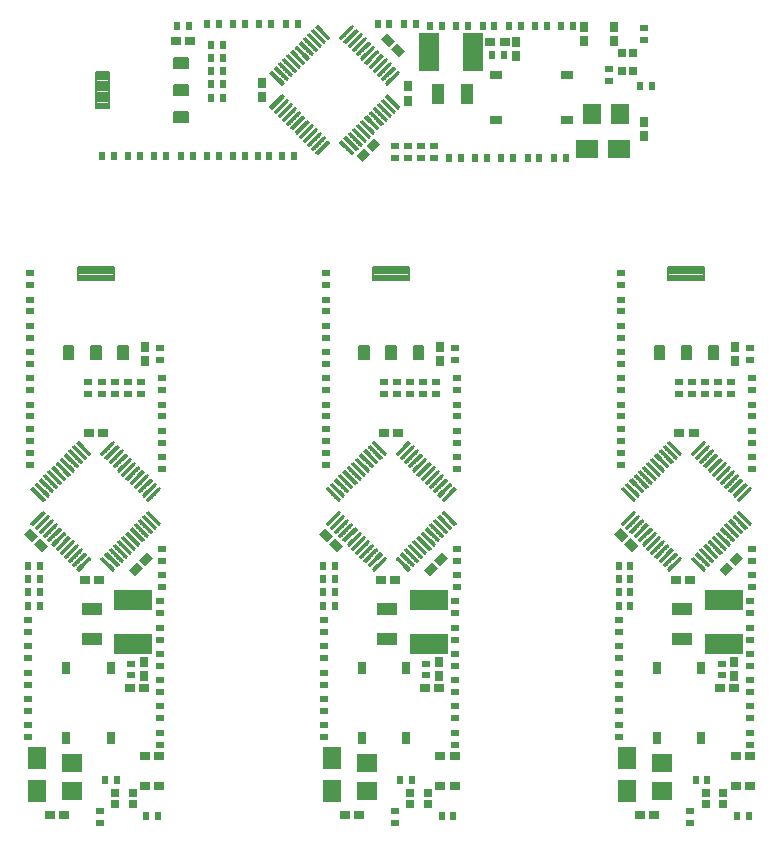
<source format=gbr>
G04 EAGLE Gerber RS-274X export*
G75*
%MOMM*%
%FSLAX34Y34*%
%LPD*%
%INSolderpaste Top*%
%IPPOS*%
%AMOC8*
5,1,8,0,0,1.08239X$1,22.5*%
G01*
%ADD10C,0.140000*%
%ADD11R,0.700000X0.600000*%
%ADD12R,0.600000X0.700000*%
%ADD13C,0.139500*%
%ADD14C,0.196500*%
%ADD15R,0.750000X1.000000*%
%ADD16R,0.740000X0.925000*%
%ADD17R,1.800000X1.550000*%
%ADD18R,1.500000X1.950000*%
%ADD19R,0.925000X0.740000*%
%ADD20R,1.800000X1.000000*%
%ADD21R,3.300000X1.700000*%
%ADD22R,0.800000X0.800000*%
%ADD23R,1.000000X0.750000*%
%ADD24R,1.550000X1.800000*%
%ADD25R,1.950000X1.500000*%
%ADD26R,1.000000X1.800000*%
%ADD27R,1.700000X3.300000*%


D10*
X119608Y268148D02*
X120598Y269138D01*
X130638Y259098D01*
X129648Y258108D01*
X119608Y268148D01*
X128318Y259438D02*
X130298Y259438D01*
X128968Y260768D02*
X126988Y260768D01*
X127638Y262098D02*
X125658Y262098D01*
X126308Y263428D02*
X124328Y263428D01*
X124978Y264758D02*
X122998Y264758D01*
X123648Y266088D02*
X121668Y266088D01*
X122318Y267418D02*
X120338Y267418D01*
X120208Y268748D02*
X120988Y268748D01*
X123143Y271683D02*
X124133Y272673D01*
X134173Y262633D01*
X133183Y261643D01*
X123143Y271683D01*
X131853Y262973D02*
X133833Y262973D01*
X132503Y264303D02*
X130523Y264303D01*
X131173Y265633D02*
X129193Y265633D01*
X129843Y266963D02*
X127863Y266963D01*
X128513Y268293D02*
X126533Y268293D01*
X127183Y269623D02*
X125203Y269623D01*
X125853Y270953D02*
X123873Y270953D01*
X123743Y272283D02*
X124523Y272283D01*
X126679Y275219D02*
X127669Y276209D01*
X137709Y266169D01*
X136719Y265179D01*
X126679Y275219D01*
X135389Y266509D02*
X137369Y266509D01*
X136039Y267839D02*
X134059Y267839D01*
X134709Y269169D02*
X132729Y269169D01*
X133379Y270499D02*
X131399Y270499D01*
X132049Y271829D02*
X130069Y271829D01*
X130719Y273159D02*
X128739Y273159D01*
X129389Y274489D02*
X127409Y274489D01*
X127279Y275819D02*
X128059Y275819D01*
X130214Y278754D02*
X131204Y279744D01*
X141244Y269704D01*
X140254Y268714D01*
X130214Y278754D01*
X138924Y270044D02*
X140904Y270044D01*
X139574Y271374D02*
X137594Y271374D01*
X138244Y272704D02*
X136264Y272704D01*
X136914Y274034D02*
X134934Y274034D01*
X135584Y275364D02*
X133604Y275364D01*
X134254Y276694D02*
X132274Y276694D01*
X132924Y278024D02*
X130944Y278024D01*
X130814Y279354D02*
X131594Y279354D01*
X133750Y282290D02*
X134740Y283280D01*
X144780Y273240D01*
X143790Y272250D01*
X133750Y282290D01*
X142460Y273580D02*
X144440Y273580D01*
X143110Y274910D02*
X141130Y274910D01*
X141780Y276240D02*
X139800Y276240D01*
X140450Y277570D02*
X138470Y277570D01*
X139120Y278900D02*
X137140Y278900D01*
X137790Y280230D02*
X135810Y280230D01*
X136460Y281560D02*
X134480Y281560D01*
X134350Y282890D02*
X135130Y282890D01*
X137285Y285825D02*
X138275Y286815D01*
X148315Y276775D01*
X147325Y275785D01*
X137285Y285825D01*
X145995Y277115D02*
X147975Y277115D01*
X146645Y278445D02*
X144665Y278445D01*
X145315Y279775D02*
X143335Y279775D01*
X143985Y281105D02*
X142005Y281105D01*
X142655Y282435D02*
X140675Y282435D01*
X141325Y283765D02*
X139345Y283765D01*
X139995Y285095D02*
X138015Y285095D01*
X137885Y286425D02*
X138665Y286425D01*
X140821Y289361D02*
X141811Y290351D01*
X151851Y280311D01*
X150861Y279321D01*
X140821Y289361D01*
X149531Y280651D02*
X151511Y280651D01*
X150181Y281981D02*
X148201Y281981D01*
X148851Y283311D02*
X146871Y283311D01*
X147521Y284641D02*
X145541Y284641D01*
X146191Y285971D02*
X144211Y285971D01*
X144861Y287301D02*
X142881Y287301D01*
X143531Y288631D02*
X141551Y288631D01*
X141421Y289961D02*
X142201Y289961D01*
X144357Y292896D02*
X145347Y293886D01*
X155387Y283846D01*
X154397Y282856D01*
X144357Y292896D01*
X153067Y284186D02*
X155047Y284186D01*
X153717Y285516D02*
X151737Y285516D01*
X152387Y286846D02*
X150407Y286846D01*
X151057Y288176D02*
X149077Y288176D01*
X149727Y289506D02*
X147747Y289506D01*
X148397Y290836D02*
X146417Y290836D01*
X147067Y292166D02*
X145087Y292166D01*
X144957Y293496D02*
X145737Y293496D01*
X147892Y296432D02*
X148882Y297422D01*
X158922Y287382D01*
X157932Y286392D01*
X147892Y296432D01*
X156602Y287722D02*
X158582Y287722D01*
X157252Y289052D02*
X155272Y289052D01*
X155922Y290382D02*
X153942Y290382D01*
X154592Y291712D02*
X152612Y291712D01*
X153262Y293042D02*
X151282Y293042D01*
X151932Y294372D02*
X149952Y294372D01*
X150602Y295702D02*
X148622Y295702D01*
X148492Y297032D02*
X149272Y297032D01*
X151428Y299967D02*
X152418Y300957D01*
X162458Y290917D01*
X161468Y289927D01*
X151428Y299967D01*
X160138Y291257D02*
X162118Y291257D01*
X160788Y292587D02*
X158808Y292587D01*
X159458Y293917D02*
X157478Y293917D01*
X158128Y295247D02*
X156148Y295247D01*
X156798Y296577D02*
X154818Y296577D01*
X155468Y297907D02*
X153488Y297907D01*
X154138Y299237D02*
X152158Y299237D01*
X152028Y300567D02*
X152808Y300567D01*
X154963Y303503D02*
X155953Y304493D01*
X165993Y294453D01*
X165003Y293463D01*
X154963Y303503D01*
X163673Y294793D02*
X165653Y294793D01*
X164323Y296123D02*
X162343Y296123D01*
X162993Y297453D02*
X161013Y297453D01*
X161663Y298783D02*
X159683Y298783D01*
X160333Y300113D02*
X158353Y300113D01*
X159003Y301443D02*
X157023Y301443D01*
X157673Y302773D02*
X155693Y302773D01*
X155563Y304103D02*
X156343Y304103D01*
X158499Y307038D02*
X159489Y308028D01*
X169529Y297988D01*
X168539Y296998D01*
X158499Y307038D01*
X167209Y298328D02*
X169189Y298328D01*
X167859Y299658D02*
X165879Y299658D01*
X166529Y300988D02*
X164549Y300988D01*
X165199Y302318D02*
X163219Y302318D01*
X163869Y303648D02*
X161889Y303648D01*
X162539Y304978D02*
X160559Y304978D01*
X161209Y306308D02*
X159229Y306308D01*
X159099Y307638D02*
X159879Y307638D01*
X169529Y327262D02*
X168539Y328252D01*
X169529Y327262D02*
X159489Y317222D01*
X158499Y318212D01*
X168539Y328252D01*
X160819Y318552D02*
X158839Y318552D01*
X160169Y319882D02*
X162149Y319882D01*
X161499Y321212D02*
X163479Y321212D01*
X162829Y322542D02*
X164809Y322542D01*
X164159Y323872D02*
X166139Y323872D01*
X165489Y325202D02*
X167469Y325202D01*
X166819Y326532D02*
X168799Y326532D01*
X168929Y327862D02*
X168149Y327862D01*
X165993Y330797D02*
X165003Y331787D01*
X165993Y330797D02*
X155953Y320757D01*
X154963Y321747D01*
X165003Y331787D01*
X157283Y322087D02*
X155303Y322087D01*
X156633Y323417D02*
X158613Y323417D01*
X157963Y324747D02*
X159943Y324747D01*
X159293Y326077D02*
X161273Y326077D01*
X160623Y327407D02*
X162603Y327407D01*
X161953Y328737D02*
X163933Y328737D01*
X163283Y330067D02*
X165263Y330067D01*
X165393Y331397D02*
X164613Y331397D01*
X162458Y334333D02*
X161468Y335323D01*
X162458Y334333D02*
X152418Y324293D01*
X151428Y325283D01*
X161468Y335323D01*
X153748Y325623D02*
X151768Y325623D01*
X153098Y326953D02*
X155078Y326953D01*
X154428Y328283D02*
X156408Y328283D01*
X155758Y329613D02*
X157738Y329613D01*
X157088Y330943D02*
X159068Y330943D01*
X158418Y332273D02*
X160398Y332273D01*
X159748Y333603D02*
X161728Y333603D01*
X161858Y334933D02*
X161078Y334933D01*
X158922Y337868D02*
X157932Y338858D01*
X158922Y337868D02*
X148882Y327828D01*
X147892Y328818D01*
X157932Y338858D01*
X150212Y329158D02*
X148232Y329158D01*
X149562Y330488D02*
X151542Y330488D01*
X150892Y331818D02*
X152872Y331818D01*
X152222Y333148D02*
X154202Y333148D01*
X153552Y334478D02*
X155532Y334478D01*
X154882Y335808D02*
X156862Y335808D01*
X156212Y337138D02*
X158192Y337138D01*
X158322Y338468D02*
X157542Y338468D01*
X155387Y341404D02*
X154397Y342394D01*
X155387Y341404D02*
X145347Y331364D01*
X144357Y332354D01*
X154397Y342394D01*
X146677Y332694D02*
X144697Y332694D01*
X146027Y334024D02*
X148007Y334024D01*
X147357Y335354D02*
X149337Y335354D01*
X148687Y336684D02*
X150667Y336684D01*
X150017Y338014D02*
X151997Y338014D01*
X151347Y339344D02*
X153327Y339344D01*
X152677Y340674D02*
X154657Y340674D01*
X154787Y342004D02*
X154007Y342004D01*
X151851Y344939D02*
X150861Y345929D01*
X151851Y344939D02*
X141811Y334899D01*
X140821Y335889D01*
X150861Y345929D01*
X143141Y336229D02*
X141161Y336229D01*
X142491Y337559D02*
X144471Y337559D01*
X143821Y338889D02*
X145801Y338889D01*
X145151Y340219D02*
X147131Y340219D01*
X146481Y341549D02*
X148461Y341549D01*
X147811Y342879D02*
X149791Y342879D01*
X149141Y344209D02*
X151121Y344209D01*
X151251Y345539D02*
X150471Y345539D01*
X148315Y348475D02*
X147325Y349465D01*
X148315Y348475D02*
X138275Y338435D01*
X137285Y339425D01*
X147325Y349465D01*
X139605Y339765D02*
X137625Y339765D01*
X138955Y341095D02*
X140935Y341095D01*
X140285Y342425D02*
X142265Y342425D01*
X141615Y343755D02*
X143595Y343755D01*
X142945Y345085D02*
X144925Y345085D01*
X144275Y346415D02*
X146255Y346415D01*
X145605Y347745D02*
X147585Y347745D01*
X147715Y349075D02*
X146935Y349075D01*
X144780Y352010D02*
X143790Y353000D01*
X144780Y352010D02*
X134740Y341970D01*
X133750Y342960D01*
X143790Y353000D01*
X136070Y343300D02*
X134090Y343300D01*
X135420Y344630D02*
X137400Y344630D01*
X136750Y345960D02*
X138730Y345960D01*
X138080Y347290D02*
X140060Y347290D01*
X139410Y348620D02*
X141390Y348620D01*
X140740Y349950D02*
X142720Y349950D01*
X142070Y351280D02*
X144050Y351280D01*
X144180Y352610D02*
X143400Y352610D01*
X141244Y355546D02*
X140254Y356536D01*
X141244Y355546D02*
X131204Y345506D01*
X130214Y346496D01*
X140254Y356536D01*
X132534Y346836D02*
X130554Y346836D01*
X131884Y348166D02*
X133864Y348166D01*
X133214Y349496D02*
X135194Y349496D01*
X134544Y350826D02*
X136524Y350826D01*
X135874Y352156D02*
X137854Y352156D01*
X137204Y353486D02*
X139184Y353486D01*
X138534Y354816D02*
X140514Y354816D01*
X140644Y356146D02*
X139864Y356146D01*
X137709Y359081D02*
X136719Y360071D01*
X137709Y359081D02*
X127669Y349041D01*
X126679Y350031D01*
X136719Y360071D01*
X128999Y350371D02*
X127019Y350371D01*
X128349Y351701D02*
X130329Y351701D01*
X129679Y353031D02*
X131659Y353031D01*
X131009Y354361D02*
X132989Y354361D01*
X132339Y355691D02*
X134319Y355691D01*
X133669Y357021D02*
X135649Y357021D01*
X134999Y358351D02*
X136979Y358351D01*
X137109Y359681D02*
X136329Y359681D01*
X134173Y362617D02*
X133183Y363607D01*
X134173Y362617D02*
X124133Y352577D01*
X123143Y353567D01*
X133183Y363607D01*
X125463Y353907D02*
X123483Y353907D01*
X124813Y355237D02*
X126793Y355237D01*
X126143Y356567D02*
X128123Y356567D01*
X127473Y357897D02*
X129453Y357897D01*
X128803Y359227D02*
X130783Y359227D01*
X130133Y360557D02*
X132113Y360557D01*
X131463Y361887D02*
X133443Y361887D01*
X133573Y363217D02*
X132793Y363217D01*
X130638Y366152D02*
X129648Y367142D01*
X130638Y366152D02*
X120598Y356112D01*
X119608Y357102D01*
X129648Y367142D01*
X121928Y357442D02*
X119948Y357442D01*
X121278Y358772D02*
X123258Y358772D01*
X122608Y360102D02*
X124588Y360102D01*
X123938Y361432D02*
X125918Y361432D01*
X125268Y362762D02*
X127248Y362762D01*
X126598Y364092D02*
X128578Y364092D01*
X127928Y365422D02*
X129908Y365422D01*
X130038Y366752D02*
X129258Y366752D01*
X100375Y367142D02*
X99385Y366152D01*
X100375Y367142D02*
X110415Y357102D01*
X109425Y356112D01*
X99385Y366152D01*
X108095Y357442D02*
X110075Y357442D01*
X108745Y358772D02*
X106765Y358772D01*
X107415Y360102D02*
X105435Y360102D01*
X106085Y361432D02*
X104105Y361432D01*
X104755Y362762D02*
X102775Y362762D01*
X103425Y364092D02*
X101445Y364092D01*
X102095Y365422D02*
X100115Y365422D01*
X99985Y366752D02*
X100765Y366752D01*
X96839Y363607D02*
X95849Y362617D01*
X96839Y363607D02*
X106879Y353567D01*
X105889Y352577D01*
X95849Y362617D01*
X104559Y353907D02*
X106539Y353907D01*
X105209Y355237D02*
X103229Y355237D01*
X103879Y356567D02*
X101899Y356567D01*
X102549Y357897D02*
X100569Y357897D01*
X101219Y359227D02*
X99239Y359227D01*
X99889Y360557D02*
X97909Y360557D01*
X98559Y361887D02*
X96579Y361887D01*
X96449Y363217D02*
X97229Y363217D01*
X93303Y360071D02*
X92313Y359081D01*
X93303Y360071D02*
X103343Y350031D01*
X102353Y349041D01*
X92313Y359081D01*
X101023Y350371D02*
X103003Y350371D01*
X101673Y351701D02*
X99693Y351701D01*
X100343Y353031D02*
X98363Y353031D01*
X99013Y354361D02*
X97033Y354361D01*
X97683Y355691D02*
X95703Y355691D01*
X96353Y357021D02*
X94373Y357021D01*
X95023Y358351D02*
X93043Y358351D01*
X92913Y359681D02*
X93693Y359681D01*
X89768Y356536D02*
X88778Y355546D01*
X89768Y356536D02*
X99808Y346496D01*
X98818Y345506D01*
X88778Y355546D01*
X97488Y346836D02*
X99468Y346836D01*
X98138Y348166D02*
X96158Y348166D01*
X96808Y349496D02*
X94828Y349496D01*
X95478Y350826D02*
X93498Y350826D01*
X94148Y352156D02*
X92168Y352156D01*
X92818Y353486D02*
X90838Y353486D01*
X91488Y354816D02*
X89508Y354816D01*
X89378Y356146D02*
X90158Y356146D01*
X86232Y353000D02*
X85242Y352010D01*
X86232Y353000D02*
X96272Y342960D01*
X95282Y341970D01*
X85242Y352010D01*
X93952Y343300D02*
X95932Y343300D01*
X94602Y344630D02*
X92622Y344630D01*
X93272Y345960D02*
X91292Y345960D01*
X91942Y347290D02*
X89962Y347290D01*
X90612Y348620D02*
X88632Y348620D01*
X89282Y349950D02*
X87302Y349950D01*
X87952Y351280D02*
X85972Y351280D01*
X85842Y352610D02*
X86622Y352610D01*
X82697Y349465D02*
X81707Y348475D01*
X82697Y349465D02*
X92737Y339425D01*
X91747Y338435D01*
X81707Y348475D01*
X90417Y339765D02*
X92397Y339765D01*
X91067Y341095D02*
X89087Y341095D01*
X89737Y342425D02*
X87757Y342425D01*
X88407Y343755D02*
X86427Y343755D01*
X87077Y345085D02*
X85097Y345085D01*
X85747Y346415D02*
X83767Y346415D01*
X84417Y347745D02*
X82437Y347745D01*
X82307Y349075D02*
X83087Y349075D01*
X79161Y345929D02*
X78171Y344939D01*
X79161Y345929D02*
X89201Y335889D01*
X88211Y334899D01*
X78171Y344939D01*
X86881Y336229D02*
X88861Y336229D01*
X87531Y337559D02*
X85551Y337559D01*
X86201Y338889D02*
X84221Y338889D01*
X84871Y340219D02*
X82891Y340219D01*
X83541Y341549D02*
X81561Y341549D01*
X82211Y342879D02*
X80231Y342879D01*
X80881Y344209D02*
X78901Y344209D01*
X78771Y345539D02*
X79551Y345539D01*
X75626Y342394D02*
X74636Y341404D01*
X75626Y342394D02*
X85666Y332354D01*
X84676Y331364D01*
X74636Y341404D01*
X83346Y332694D02*
X85326Y332694D01*
X83996Y334024D02*
X82016Y334024D01*
X82666Y335354D02*
X80686Y335354D01*
X81336Y336684D02*
X79356Y336684D01*
X80006Y338014D02*
X78026Y338014D01*
X78676Y339344D02*
X76696Y339344D01*
X77346Y340674D02*
X75366Y340674D01*
X75236Y342004D02*
X76016Y342004D01*
X72090Y338858D02*
X71100Y337868D01*
X72090Y338858D02*
X82130Y328818D01*
X81140Y327828D01*
X71100Y337868D01*
X79810Y329158D02*
X81790Y329158D01*
X80460Y330488D02*
X78480Y330488D01*
X79130Y331818D02*
X77150Y331818D01*
X77800Y333148D02*
X75820Y333148D01*
X76470Y334478D02*
X74490Y334478D01*
X75140Y335808D02*
X73160Y335808D01*
X73810Y337138D02*
X71830Y337138D01*
X71700Y338468D02*
X72480Y338468D01*
X68555Y335323D02*
X67565Y334333D01*
X68555Y335323D02*
X78595Y325283D01*
X77605Y324293D01*
X67565Y334333D01*
X76275Y325623D02*
X78255Y325623D01*
X76925Y326953D02*
X74945Y326953D01*
X75595Y328283D02*
X73615Y328283D01*
X74265Y329613D02*
X72285Y329613D01*
X72935Y330943D02*
X70955Y330943D01*
X71605Y332273D02*
X69625Y332273D01*
X70275Y333603D02*
X68295Y333603D01*
X68165Y334933D02*
X68945Y334933D01*
X65019Y331787D02*
X64029Y330797D01*
X65019Y331787D02*
X75059Y321747D01*
X74069Y320757D01*
X64029Y330797D01*
X72739Y322087D02*
X74719Y322087D01*
X73389Y323417D02*
X71409Y323417D01*
X72059Y324747D02*
X70079Y324747D01*
X70729Y326077D02*
X68749Y326077D01*
X69399Y327407D02*
X67419Y327407D01*
X68069Y328737D02*
X66089Y328737D01*
X66739Y330067D02*
X64759Y330067D01*
X64629Y331397D02*
X65409Y331397D01*
X61484Y328252D02*
X60494Y327262D01*
X61484Y328252D02*
X71524Y318212D01*
X70534Y317222D01*
X60494Y327262D01*
X69204Y318552D02*
X71184Y318552D01*
X69854Y319882D02*
X67874Y319882D01*
X68524Y321212D02*
X66544Y321212D01*
X67194Y322542D02*
X65214Y322542D01*
X65864Y323872D02*
X63884Y323872D01*
X64534Y325202D02*
X62554Y325202D01*
X63204Y326532D02*
X61224Y326532D01*
X61094Y327862D02*
X61874Y327862D01*
X70534Y308028D02*
X71524Y307038D01*
X61484Y296998D01*
X60494Y297988D01*
X70534Y308028D01*
X62814Y298328D02*
X60834Y298328D01*
X62164Y299658D02*
X64144Y299658D01*
X63494Y300988D02*
X65474Y300988D01*
X64824Y302318D02*
X66804Y302318D01*
X66154Y303648D02*
X68134Y303648D01*
X67484Y304978D02*
X69464Y304978D01*
X68814Y306308D02*
X70794Y306308D01*
X70924Y307638D02*
X70144Y307638D01*
X74069Y304493D02*
X75059Y303503D01*
X65019Y293463D01*
X64029Y294453D01*
X74069Y304493D01*
X66349Y294793D02*
X64369Y294793D01*
X65699Y296123D02*
X67679Y296123D01*
X67029Y297453D02*
X69009Y297453D01*
X68359Y298783D02*
X70339Y298783D01*
X69689Y300113D02*
X71669Y300113D01*
X71019Y301443D02*
X72999Y301443D01*
X72349Y302773D02*
X74329Y302773D01*
X74459Y304103D02*
X73679Y304103D01*
X77605Y300957D02*
X78595Y299967D01*
X68555Y289927D01*
X67565Y290917D01*
X77605Y300957D01*
X69885Y291257D02*
X67905Y291257D01*
X69235Y292587D02*
X71215Y292587D01*
X70565Y293917D02*
X72545Y293917D01*
X71895Y295247D02*
X73875Y295247D01*
X73225Y296577D02*
X75205Y296577D01*
X74555Y297907D02*
X76535Y297907D01*
X75885Y299237D02*
X77865Y299237D01*
X77995Y300567D02*
X77215Y300567D01*
X81140Y297422D02*
X82130Y296432D01*
X72090Y286392D01*
X71100Y287382D01*
X81140Y297422D01*
X73420Y287722D02*
X71440Y287722D01*
X72770Y289052D02*
X74750Y289052D01*
X74100Y290382D02*
X76080Y290382D01*
X75430Y291712D02*
X77410Y291712D01*
X76760Y293042D02*
X78740Y293042D01*
X78090Y294372D02*
X80070Y294372D01*
X79420Y295702D02*
X81400Y295702D01*
X81530Y297032D02*
X80750Y297032D01*
X84676Y293886D02*
X85666Y292896D01*
X75626Y282856D01*
X74636Y283846D01*
X84676Y293886D01*
X76956Y284186D02*
X74976Y284186D01*
X76306Y285516D02*
X78286Y285516D01*
X77636Y286846D02*
X79616Y286846D01*
X78966Y288176D02*
X80946Y288176D01*
X80296Y289506D02*
X82276Y289506D01*
X81626Y290836D02*
X83606Y290836D01*
X82956Y292166D02*
X84936Y292166D01*
X85066Y293496D02*
X84286Y293496D01*
X88211Y290351D02*
X89201Y289361D01*
X79161Y279321D01*
X78171Y280311D01*
X88211Y290351D01*
X80491Y280651D02*
X78511Y280651D01*
X79841Y281981D02*
X81821Y281981D01*
X81171Y283311D02*
X83151Y283311D01*
X82501Y284641D02*
X84481Y284641D01*
X83831Y285971D02*
X85811Y285971D01*
X85161Y287301D02*
X87141Y287301D01*
X86491Y288631D02*
X88471Y288631D01*
X88601Y289961D02*
X87821Y289961D01*
X91747Y286815D02*
X92737Y285825D01*
X82697Y275785D01*
X81707Y276775D01*
X91747Y286815D01*
X84027Y277115D02*
X82047Y277115D01*
X83377Y278445D02*
X85357Y278445D01*
X84707Y279775D02*
X86687Y279775D01*
X86037Y281105D02*
X88017Y281105D01*
X87367Y282435D02*
X89347Y282435D01*
X88697Y283765D02*
X90677Y283765D01*
X90027Y285095D02*
X92007Y285095D01*
X92137Y286425D02*
X91357Y286425D01*
X95282Y283280D02*
X96272Y282290D01*
X86232Y272250D01*
X85242Y273240D01*
X95282Y283280D01*
X87562Y273580D02*
X85582Y273580D01*
X86912Y274910D02*
X88892Y274910D01*
X88242Y276240D02*
X90222Y276240D01*
X89572Y277570D02*
X91552Y277570D01*
X90902Y278900D02*
X92882Y278900D01*
X92232Y280230D02*
X94212Y280230D01*
X93562Y281560D02*
X95542Y281560D01*
X95672Y282890D02*
X94892Y282890D01*
X98818Y279744D02*
X99808Y278754D01*
X89768Y268714D01*
X88778Y269704D01*
X98818Y279744D01*
X91098Y270044D02*
X89118Y270044D01*
X90448Y271374D02*
X92428Y271374D01*
X91778Y272704D02*
X93758Y272704D01*
X93108Y274034D02*
X95088Y274034D01*
X94438Y275364D02*
X96418Y275364D01*
X95768Y276694D02*
X97748Y276694D01*
X97098Y278024D02*
X99078Y278024D01*
X99208Y279354D02*
X98428Y279354D01*
X102353Y276209D02*
X103343Y275219D01*
X93303Y265179D01*
X92313Y266169D01*
X102353Y276209D01*
X94633Y266509D02*
X92653Y266509D01*
X93983Y267839D02*
X95963Y267839D01*
X95313Y269169D02*
X97293Y269169D01*
X96643Y270499D02*
X98623Y270499D01*
X97973Y271829D02*
X99953Y271829D01*
X99303Y273159D02*
X101283Y273159D01*
X100633Y274489D02*
X102613Y274489D01*
X102743Y275819D02*
X101963Y275819D01*
X105889Y272673D02*
X106879Y271683D01*
X96839Y261643D01*
X95849Y262633D01*
X105889Y272673D01*
X98169Y262973D02*
X96189Y262973D01*
X97519Y264303D02*
X99499Y264303D01*
X98849Y265633D02*
X100829Y265633D01*
X100179Y266963D02*
X102159Y266963D01*
X101509Y268293D02*
X103489Y268293D01*
X102839Y269623D02*
X104819Y269623D01*
X104169Y270953D02*
X106149Y270953D01*
X106279Y272283D02*
X105499Y272283D01*
X109425Y269138D02*
X110415Y268148D01*
X100375Y258108D01*
X99385Y259098D01*
X109425Y269138D01*
X101705Y259438D02*
X99725Y259438D01*
X101055Y260768D02*
X103035Y260768D01*
X102385Y262098D02*
X104365Y262098D01*
X103715Y263428D02*
X105695Y263428D01*
X105045Y264758D02*
X107025Y264758D01*
X106375Y266088D02*
X108355Y266088D01*
X107705Y267418D02*
X109685Y267418D01*
X109815Y268748D02*
X109035Y268748D01*
D11*
X170574Y354250D03*
X170574Y344250D03*
X170574Y376475D03*
X170574Y366475D03*
D12*
X67624Y239713D03*
X57624Y239713D03*
X67624Y228600D03*
X57624Y228600D03*
D11*
X57861Y216138D03*
X57861Y206138D03*
X57861Y193913D03*
X57861Y183913D03*
X57861Y171688D03*
X57861Y161688D03*
X57861Y149463D03*
X57861Y139463D03*
X57861Y127238D03*
X57861Y117238D03*
X170574Y398700D03*
X170574Y388700D03*
X170574Y410925D03*
X170574Y420925D03*
X59449Y499825D03*
X59449Y509825D03*
X59449Y477600D03*
X59449Y487600D03*
X59449Y455375D03*
X59449Y465375D03*
X59449Y433150D03*
X59449Y443150D03*
X168986Y110888D03*
X168986Y120888D03*
X168986Y133113D03*
X168986Y143113D03*
X168986Y155338D03*
X168986Y165338D03*
X168986Y177563D03*
X168986Y187563D03*
X168986Y199788D03*
X168986Y209788D03*
X168986Y232013D03*
X168986Y222013D03*
X170574Y254238D03*
X170574Y244238D03*
X170574Y276463D03*
X170574Y266463D03*
X59449Y420925D03*
X59449Y410925D03*
X59449Y388700D03*
X59449Y398700D03*
X59449Y368063D03*
X59449Y378063D03*
X59449Y347425D03*
X59449Y357425D03*
D12*
X57624Y261938D03*
X67624Y261938D03*
D11*
X118186Y44213D03*
X118186Y54213D03*
D12*
X57624Y250825D03*
X67624Y250825D03*
D13*
X88158Y436947D02*
X96064Y436947D01*
X88158Y436947D02*
X88158Y448653D01*
X96064Y448653D01*
X96064Y436947D01*
X96064Y438272D02*
X88158Y438272D01*
X88158Y439597D02*
X96064Y439597D01*
X96064Y440922D02*
X88158Y440922D01*
X88158Y442247D02*
X96064Y442247D01*
X96064Y443572D02*
X88158Y443572D01*
X88158Y444897D02*
X96064Y444897D01*
X96064Y446222D02*
X88158Y446222D01*
X88158Y447547D02*
X96064Y447547D01*
X111058Y436947D02*
X118964Y436947D01*
X111058Y436947D02*
X111058Y448653D01*
X118964Y448653D01*
X118964Y436947D01*
X118964Y438272D02*
X111058Y438272D01*
X111058Y439597D02*
X118964Y439597D01*
X118964Y440922D02*
X111058Y440922D01*
X111058Y442247D02*
X118964Y442247D01*
X118964Y443572D02*
X111058Y443572D01*
X111058Y444897D02*
X118964Y444897D01*
X118964Y446222D02*
X111058Y446222D01*
X111058Y447547D02*
X118964Y447547D01*
X133958Y436947D02*
X141864Y436947D01*
X133958Y436947D02*
X133958Y448653D01*
X141864Y448653D01*
X141864Y436947D01*
X141864Y438272D02*
X133958Y438272D01*
X133958Y439597D02*
X141864Y439597D01*
X141864Y440922D02*
X133958Y440922D01*
X133958Y442247D02*
X141864Y442247D01*
X141864Y443572D02*
X133958Y443572D01*
X133958Y444897D02*
X141864Y444897D01*
X141864Y446222D02*
X133958Y446222D01*
X133958Y447547D02*
X141864Y447547D01*
D14*
X130229Y504132D02*
X99793Y504132D01*
X99793Y515268D01*
X130229Y515268D01*
X130229Y504132D01*
X130229Y505999D02*
X99793Y505999D01*
X99793Y507866D02*
X130229Y507866D01*
X130229Y509733D02*
X99793Y509733D01*
X99793Y511600D02*
X130229Y511600D01*
X130229Y513467D02*
X99793Y513467D01*
D11*
X130886Y407750D03*
X130886Y417750D03*
X153111Y417750D03*
X153111Y407750D03*
D15*
X89911Y176050D03*
X89911Y116050D03*
X127411Y116050D03*
X127411Y176050D03*
D16*
X156286Y435325D03*
X156286Y447325D03*
D11*
X168986Y446325D03*
X168986Y436325D03*
D17*
X94374Y71435D03*
X94374Y94935D03*
D18*
X64846Y99158D03*
X64846Y71658D03*
D11*
X141999Y407750D03*
X141999Y417750D03*
X119774Y407750D03*
X119774Y417750D03*
X108661Y407750D03*
X108661Y417750D03*
D19*
X121011Y374650D03*
X109011Y374650D03*
X106027Y250571D03*
X118027Y250571D03*
G36*
X154755Y259936D02*
X148215Y253396D01*
X142983Y258628D01*
X149523Y265168D01*
X154755Y259936D01*
G37*
G36*
X163240Y268422D02*
X156700Y261882D01*
X151468Y267114D01*
X158008Y273654D01*
X163240Y268422D01*
G37*
G36*
X67800Y285806D02*
X74340Y279266D01*
X69108Y274034D01*
X62568Y280574D01*
X67800Y285806D01*
G37*
G36*
X59315Y294291D02*
X65855Y287751D01*
X60623Y282519D01*
X54083Y289059D01*
X59315Y294291D01*
G37*
X75801Y51181D03*
X87801Y51181D03*
X155555Y159068D03*
X143555Y159068D03*
D20*
X111455Y200416D03*
X111455Y225416D03*
D21*
X146825Y196003D03*
X146825Y233003D03*
D16*
X155397Y180879D03*
X155397Y168879D03*
D11*
X144793Y179498D03*
X144793Y169498D03*
D19*
X168636Y76200D03*
X156636Y76200D03*
X156636Y101600D03*
X168636Y101600D03*
D22*
X146324Y69850D03*
X131324Y69850D03*
X146324Y60325D03*
X131324Y60325D03*
D12*
X132711Y80963D03*
X122711Y80963D03*
X167636Y50800D03*
X157636Y50800D03*
D10*
X369620Y268148D02*
X370610Y269138D01*
X380650Y259098D01*
X379660Y258108D01*
X369620Y268148D01*
X378330Y259438D02*
X380310Y259438D01*
X378980Y260768D02*
X377000Y260768D01*
X377650Y262098D02*
X375670Y262098D01*
X376320Y263428D02*
X374340Y263428D01*
X374990Y264758D02*
X373010Y264758D01*
X373660Y266088D02*
X371680Y266088D01*
X372330Y267418D02*
X370350Y267418D01*
X370220Y268748D02*
X371000Y268748D01*
X373156Y271683D02*
X374146Y272673D01*
X384186Y262633D01*
X383196Y261643D01*
X373156Y271683D01*
X381866Y262973D02*
X383846Y262973D01*
X382516Y264303D02*
X380536Y264303D01*
X381186Y265633D02*
X379206Y265633D01*
X379856Y266963D02*
X377876Y266963D01*
X378526Y268293D02*
X376546Y268293D01*
X377196Y269623D02*
X375216Y269623D01*
X375866Y270953D02*
X373886Y270953D01*
X373756Y272283D02*
X374536Y272283D01*
X376691Y275219D02*
X377681Y276209D01*
X387721Y266169D01*
X386731Y265179D01*
X376691Y275219D01*
X385401Y266509D02*
X387381Y266509D01*
X386051Y267839D02*
X384071Y267839D01*
X384721Y269169D02*
X382741Y269169D01*
X383391Y270499D02*
X381411Y270499D01*
X382061Y271829D02*
X380081Y271829D01*
X380731Y273159D02*
X378751Y273159D01*
X379401Y274489D02*
X377421Y274489D01*
X377291Y275819D02*
X378071Y275819D01*
X380227Y278754D02*
X381217Y279744D01*
X391257Y269704D01*
X390267Y268714D01*
X380227Y278754D01*
X388937Y270044D02*
X390917Y270044D01*
X389587Y271374D02*
X387607Y271374D01*
X388257Y272704D02*
X386277Y272704D01*
X386927Y274034D02*
X384947Y274034D01*
X385597Y275364D02*
X383617Y275364D01*
X384267Y276694D02*
X382287Y276694D01*
X382937Y278024D02*
X380957Y278024D01*
X380827Y279354D02*
X381607Y279354D01*
X383762Y282290D02*
X384752Y283280D01*
X394792Y273240D01*
X393802Y272250D01*
X383762Y282290D01*
X392472Y273580D02*
X394452Y273580D01*
X393122Y274910D02*
X391142Y274910D01*
X391792Y276240D02*
X389812Y276240D01*
X390462Y277570D02*
X388482Y277570D01*
X389132Y278900D02*
X387152Y278900D01*
X387802Y280230D02*
X385822Y280230D01*
X386472Y281560D02*
X384492Y281560D01*
X384362Y282890D02*
X385142Y282890D01*
X387298Y285825D02*
X388288Y286815D01*
X398328Y276775D01*
X397338Y275785D01*
X387298Y285825D01*
X396008Y277115D02*
X397988Y277115D01*
X396658Y278445D02*
X394678Y278445D01*
X395328Y279775D02*
X393348Y279775D01*
X393998Y281105D02*
X392018Y281105D01*
X392668Y282435D02*
X390688Y282435D01*
X391338Y283765D02*
X389358Y283765D01*
X390008Y285095D02*
X388028Y285095D01*
X387898Y286425D02*
X388678Y286425D01*
X390833Y289361D02*
X391823Y290351D01*
X401863Y280311D01*
X400873Y279321D01*
X390833Y289361D01*
X399543Y280651D02*
X401523Y280651D01*
X400193Y281981D02*
X398213Y281981D01*
X398863Y283311D02*
X396883Y283311D01*
X397533Y284641D02*
X395553Y284641D01*
X396203Y285971D02*
X394223Y285971D01*
X394873Y287301D02*
X392893Y287301D01*
X393543Y288631D02*
X391563Y288631D01*
X391433Y289961D02*
X392213Y289961D01*
X394369Y292896D02*
X395359Y293886D01*
X405399Y283846D01*
X404409Y282856D01*
X394369Y292896D01*
X403079Y284186D02*
X405059Y284186D01*
X403729Y285516D02*
X401749Y285516D01*
X402399Y286846D02*
X400419Y286846D01*
X401069Y288176D02*
X399089Y288176D01*
X399739Y289506D02*
X397759Y289506D01*
X398409Y290836D02*
X396429Y290836D01*
X397079Y292166D02*
X395099Y292166D01*
X394969Y293496D02*
X395749Y293496D01*
X397904Y296432D02*
X398894Y297422D01*
X408934Y287382D01*
X407944Y286392D01*
X397904Y296432D01*
X406614Y287722D02*
X408594Y287722D01*
X407264Y289052D02*
X405284Y289052D01*
X405934Y290382D02*
X403954Y290382D01*
X404604Y291712D02*
X402624Y291712D01*
X403274Y293042D02*
X401294Y293042D01*
X401944Y294372D02*
X399964Y294372D01*
X400614Y295702D02*
X398634Y295702D01*
X398504Y297032D02*
X399284Y297032D01*
X401440Y299967D02*
X402430Y300957D01*
X412470Y290917D01*
X411480Y289927D01*
X401440Y299967D01*
X410150Y291257D02*
X412130Y291257D01*
X410800Y292587D02*
X408820Y292587D01*
X409470Y293917D02*
X407490Y293917D01*
X408140Y295247D02*
X406160Y295247D01*
X406810Y296577D02*
X404830Y296577D01*
X405480Y297907D02*
X403500Y297907D01*
X404150Y299237D02*
X402170Y299237D01*
X402040Y300567D02*
X402820Y300567D01*
X404975Y303503D02*
X405965Y304493D01*
X416005Y294453D01*
X415015Y293463D01*
X404975Y303503D01*
X413685Y294793D02*
X415665Y294793D01*
X414335Y296123D02*
X412355Y296123D01*
X413005Y297453D02*
X411025Y297453D01*
X411675Y298783D02*
X409695Y298783D01*
X410345Y300113D02*
X408365Y300113D01*
X409015Y301443D02*
X407035Y301443D01*
X407685Y302773D02*
X405705Y302773D01*
X405575Y304103D02*
X406355Y304103D01*
X408511Y307038D02*
X409501Y308028D01*
X419541Y297988D01*
X418551Y296998D01*
X408511Y307038D01*
X417221Y298328D02*
X419201Y298328D01*
X417871Y299658D02*
X415891Y299658D01*
X416541Y300988D02*
X414561Y300988D01*
X415211Y302318D02*
X413231Y302318D01*
X413881Y303648D02*
X411901Y303648D01*
X412551Y304978D02*
X410571Y304978D01*
X411221Y306308D02*
X409241Y306308D01*
X409111Y307638D02*
X409891Y307638D01*
X419541Y327262D02*
X418551Y328252D01*
X419541Y327262D02*
X409501Y317222D01*
X408511Y318212D01*
X418551Y328252D01*
X410831Y318552D02*
X408851Y318552D01*
X410181Y319882D02*
X412161Y319882D01*
X411511Y321212D02*
X413491Y321212D01*
X412841Y322542D02*
X414821Y322542D01*
X414171Y323872D02*
X416151Y323872D01*
X415501Y325202D02*
X417481Y325202D01*
X416831Y326532D02*
X418811Y326532D01*
X418941Y327862D02*
X418161Y327862D01*
X416005Y330797D02*
X415015Y331787D01*
X416005Y330797D02*
X405965Y320757D01*
X404975Y321747D01*
X415015Y331787D01*
X407295Y322087D02*
X405315Y322087D01*
X406645Y323417D02*
X408625Y323417D01*
X407975Y324747D02*
X409955Y324747D01*
X409305Y326077D02*
X411285Y326077D01*
X410635Y327407D02*
X412615Y327407D01*
X411965Y328737D02*
X413945Y328737D01*
X413295Y330067D02*
X415275Y330067D01*
X415405Y331397D02*
X414625Y331397D01*
X412470Y334333D02*
X411480Y335323D01*
X412470Y334333D02*
X402430Y324293D01*
X401440Y325283D01*
X411480Y335323D01*
X403760Y325623D02*
X401780Y325623D01*
X403110Y326953D02*
X405090Y326953D01*
X404440Y328283D02*
X406420Y328283D01*
X405770Y329613D02*
X407750Y329613D01*
X407100Y330943D02*
X409080Y330943D01*
X408430Y332273D02*
X410410Y332273D01*
X409760Y333603D02*
X411740Y333603D01*
X411870Y334933D02*
X411090Y334933D01*
X408934Y337868D02*
X407944Y338858D01*
X408934Y337868D02*
X398894Y327828D01*
X397904Y328818D01*
X407944Y338858D01*
X400224Y329158D02*
X398244Y329158D01*
X399574Y330488D02*
X401554Y330488D01*
X400904Y331818D02*
X402884Y331818D01*
X402234Y333148D02*
X404214Y333148D01*
X403564Y334478D02*
X405544Y334478D01*
X404894Y335808D02*
X406874Y335808D01*
X406224Y337138D02*
X408204Y337138D01*
X408334Y338468D02*
X407554Y338468D01*
X405399Y341404D02*
X404409Y342394D01*
X405399Y341404D02*
X395359Y331364D01*
X394369Y332354D01*
X404409Y342394D01*
X396689Y332694D02*
X394709Y332694D01*
X396039Y334024D02*
X398019Y334024D01*
X397369Y335354D02*
X399349Y335354D01*
X398699Y336684D02*
X400679Y336684D01*
X400029Y338014D02*
X402009Y338014D01*
X401359Y339344D02*
X403339Y339344D01*
X402689Y340674D02*
X404669Y340674D01*
X404799Y342004D02*
X404019Y342004D01*
X401863Y344939D02*
X400873Y345929D01*
X401863Y344939D02*
X391823Y334899D01*
X390833Y335889D01*
X400873Y345929D01*
X393153Y336229D02*
X391173Y336229D01*
X392503Y337559D02*
X394483Y337559D01*
X393833Y338889D02*
X395813Y338889D01*
X395163Y340219D02*
X397143Y340219D01*
X396493Y341549D02*
X398473Y341549D01*
X397823Y342879D02*
X399803Y342879D01*
X399153Y344209D02*
X401133Y344209D01*
X401263Y345539D02*
X400483Y345539D01*
X398328Y348475D02*
X397338Y349465D01*
X398328Y348475D02*
X388288Y338435D01*
X387298Y339425D01*
X397338Y349465D01*
X389618Y339765D02*
X387638Y339765D01*
X388968Y341095D02*
X390948Y341095D01*
X390298Y342425D02*
X392278Y342425D01*
X391628Y343755D02*
X393608Y343755D01*
X392958Y345085D02*
X394938Y345085D01*
X394288Y346415D02*
X396268Y346415D01*
X395618Y347745D02*
X397598Y347745D01*
X397728Y349075D02*
X396948Y349075D01*
X394792Y352010D02*
X393802Y353000D01*
X394792Y352010D02*
X384752Y341970D01*
X383762Y342960D01*
X393802Y353000D01*
X386082Y343300D02*
X384102Y343300D01*
X385432Y344630D02*
X387412Y344630D01*
X386762Y345960D02*
X388742Y345960D01*
X388092Y347290D02*
X390072Y347290D01*
X389422Y348620D02*
X391402Y348620D01*
X390752Y349950D02*
X392732Y349950D01*
X392082Y351280D02*
X394062Y351280D01*
X394192Y352610D02*
X393412Y352610D01*
X391257Y355546D02*
X390267Y356536D01*
X391257Y355546D02*
X381217Y345506D01*
X380227Y346496D01*
X390267Y356536D01*
X382547Y346836D02*
X380567Y346836D01*
X381897Y348166D02*
X383877Y348166D01*
X383227Y349496D02*
X385207Y349496D01*
X384557Y350826D02*
X386537Y350826D01*
X385887Y352156D02*
X387867Y352156D01*
X387217Y353486D02*
X389197Y353486D01*
X388547Y354816D02*
X390527Y354816D01*
X390657Y356146D02*
X389877Y356146D01*
X387721Y359081D02*
X386731Y360071D01*
X387721Y359081D02*
X377681Y349041D01*
X376691Y350031D01*
X386731Y360071D01*
X379011Y350371D02*
X377031Y350371D01*
X378361Y351701D02*
X380341Y351701D01*
X379691Y353031D02*
X381671Y353031D01*
X381021Y354361D02*
X383001Y354361D01*
X382351Y355691D02*
X384331Y355691D01*
X383681Y357021D02*
X385661Y357021D01*
X385011Y358351D02*
X386991Y358351D01*
X387121Y359681D02*
X386341Y359681D01*
X384186Y362617D02*
X383196Y363607D01*
X384186Y362617D02*
X374146Y352577D01*
X373156Y353567D01*
X383196Y363607D01*
X375476Y353907D02*
X373496Y353907D01*
X374826Y355237D02*
X376806Y355237D01*
X376156Y356567D02*
X378136Y356567D01*
X377486Y357897D02*
X379466Y357897D01*
X378816Y359227D02*
X380796Y359227D01*
X380146Y360557D02*
X382126Y360557D01*
X381476Y361887D02*
X383456Y361887D01*
X383586Y363217D02*
X382806Y363217D01*
X380650Y366152D02*
X379660Y367142D01*
X380650Y366152D02*
X370610Y356112D01*
X369620Y357102D01*
X379660Y367142D01*
X371940Y357442D02*
X369960Y357442D01*
X371290Y358772D02*
X373270Y358772D01*
X372620Y360102D02*
X374600Y360102D01*
X373950Y361432D02*
X375930Y361432D01*
X375280Y362762D02*
X377260Y362762D01*
X376610Y364092D02*
X378590Y364092D01*
X377940Y365422D02*
X379920Y365422D01*
X380050Y366752D02*
X379270Y366752D01*
X350387Y367142D02*
X349397Y366152D01*
X350387Y367142D02*
X360427Y357102D01*
X359437Y356112D01*
X349397Y366152D01*
X358107Y357442D02*
X360087Y357442D01*
X358757Y358772D02*
X356777Y358772D01*
X357427Y360102D02*
X355447Y360102D01*
X356097Y361432D02*
X354117Y361432D01*
X354767Y362762D02*
X352787Y362762D01*
X353437Y364092D02*
X351457Y364092D01*
X352107Y365422D02*
X350127Y365422D01*
X349997Y366752D02*
X350777Y366752D01*
X346851Y363607D02*
X345861Y362617D01*
X346851Y363607D02*
X356891Y353567D01*
X355901Y352577D01*
X345861Y362617D01*
X354571Y353907D02*
X356551Y353907D01*
X355221Y355237D02*
X353241Y355237D01*
X353891Y356567D02*
X351911Y356567D01*
X352561Y357897D02*
X350581Y357897D01*
X351231Y359227D02*
X349251Y359227D01*
X349901Y360557D02*
X347921Y360557D01*
X348571Y361887D02*
X346591Y361887D01*
X346461Y363217D02*
X347241Y363217D01*
X343316Y360071D02*
X342326Y359081D01*
X343316Y360071D02*
X353356Y350031D01*
X352366Y349041D01*
X342326Y359081D01*
X351036Y350371D02*
X353016Y350371D01*
X351686Y351701D02*
X349706Y351701D01*
X350356Y353031D02*
X348376Y353031D01*
X349026Y354361D02*
X347046Y354361D01*
X347696Y355691D02*
X345716Y355691D01*
X346366Y357021D02*
X344386Y357021D01*
X345036Y358351D02*
X343056Y358351D01*
X342926Y359681D02*
X343706Y359681D01*
X339780Y356536D02*
X338790Y355546D01*
X339780Y356536D02*
X349820Y346496D01*
X348830Y345506D01*
X338790Y355546D01*
X347500Y346836D02*
X349480Y346836D01*
X348150Y348166D02*
X346170Y348166D01*
X346820Y349496D02*
X344840Y349496D01*
X345490Y350826D02*
X343510Y350826D01*
X344160Y352156D02*
X342180Y352156D01*
X342830Y353486D02*
X340850Y353486D01*
X341500Y354816D02*
X339520Y354816D01*
X339390Y356146D02*
X340170Y356146D01*
X336245Y353000D02*
X335255Y352010D01*
X336245Y353000D02*
X346285Y342960D01*
X345295Y341970D01*
X335255Y352010D01*
X343965Y343300D02*
X345945Y343300D01*
X344615Y344630D02*
X342635Y344630D01*
X343285Y345960D02*
X341305Y345960D01*
X341955Y347290D02*
X339975Y347290D01*
X340625Y348620D02*
X338645Y348620D01*
X339295Y349950D02*
X337315Y349950D01*
X337965Y351280D02*
X335985Y351280D01*
X335855Y352610D02*
X336635Y352610D01*
X332709Y349465D02*
X331719Y348475D01*
X332709Y349465D02*
X342749Y339425D01*
X341759Y338435D01*
X331719Y348475D01*
X340429Y339765D02*
X342409Y339765D01*
X341079Y341095D02*
X339099Y341095D01*
X339749Y342425D02*
X337769Y342425D01*
X338419Y343755D02*
X336439Y343755D01*
X337089Y345085D02*
X335109Y345085D01*
X335759Y346415D02*
X333779Y346415D01*
X334429Y347745D02*
X332449Y347745D01*
X332319Y349075D02*
X333099Y349075D01*
X329174Y345929D02*
X328184Y344939D01*
X329174Y345929D02*
X339214Y335889D01*
X338224Y334899D01*
X328184Y344939D01*
X336894Y336229D02*
X338874Y336229D01*
X337544Y337559D02*
X335564Y337559D01*
X336214Y338889D02*
X334234Y338889D01*
X334884Y340219D02*
X332904Y340219D01*
X333554Y341549D02*
X331574Y341549D01*
X332224Y342879D02*
X330244Y342879D01*
X330894Y344209D02*
X328914Y344209D01*
X328784Y345539D02*
X329564Y345539D01*
X325638Y342394D02*
X324648Y341404D01*
X325638Y342394D02*
X335678Y332354D01*
X334688Y331364D01*
X324648Y341404D01*
X333358Y332694D02*
X335338Y332694D01*
X334008Y334024D02*
X332028Y334024D01*
X332678Y335354D02*
X330698Y335354D01*
X331348Y336684D02*
X329368Y336684D01*
X330018Y338014D02*
X328038Y338014D01*
X328688Y339344D02*
X326708Y339344D01*
X327358Y340674D02*
X325378Y340674D01*
X325248Y342004D02*
X326028Y342004D01*
X322102Y338858D02*
X321112Y337868D01*
X322102Y338858D02*
X332142Y328818D01*
X331152Y327828D01*
X321112Y337868D01*
X329822Y329158D02*
X331802Y329158D01*
X330472Y330488D02*
X328492Y330488D01*
X329142Y331818D02*
X327162Y331818D01*
X327812Y333148D02*
X325832Y333148D01*
X326482Y334478D02*
X324502Y334478D01*
X325152Y335808D02*
X323172Y335808D01*
X323822Y337138D02*
X321842Y337138D01*
X321712Y338468D02*
X322492Y338468D01*
X318567Y335323D02*
X317577Y334333D01*
X318567Y335323D02*
X328607Y325283D01*
X327617Y324293D01*
X317577Y334333D01*
X326287Y325623D02*
X328267Y325623D01*
X326937Y326953D02*
X324957Y326953D01*
X325607Y328283D02*
X323627Y328283D01*
X324277Y329613D02*
X322297Y329613D01*
X322947Y330943D02*
X320967Y330943D01*
X321617Y332273D02*
X319637Y332273D01*
X320287Y333603D02*
X318307Y333603D01*
X318177Y334933D02*
X318957Y334933D01*
X315031Y331787D02*
X314041Y330797D01*
X315031Y331787D02*
X325071Y321747D01*
X324081Y320757D01*
X314041Y330797D01*
X322751Y322087D02*
X324731Y322087D01*
X323401Y323417D02*
X321421Y323417D01*
X322071Y324747D02*
X320091Y324747D01*
X320741Y326077D02*
X318761Y326077D01*
X319411Y327407D02*
X317431Y327407D01*
X318081Y328737D02*
X316101Y328737D01*
X316751Y330067D02*
X314771Y330067D01*
X314641Y331397D02*
X315421Y331397D01*
X311496Y328252D02*
X310506Y327262D01*
X311496Y328252D02*
X321536Y318212D01*
X320546Y317222D01*
X310506Y327262D01*
X319216Y318552D02*
X321196Y318552D01*
X319866Y319882D02*
X317886Y319882D01*
X318536Y321212D02*
X316556Y321212D01*
X317206Y322542D02*
X315226Y322542D01*
X315876Y323872D02*
X313896Y323872D01*
X314546Y325202D02*
X312566Y325202D01*
X313216Y326532D02*
X311236Y326532D01*
X311106Y327862D02*
X311886Y327862D01*
X320546Y308028D02*
X321536Y307038D01*
X311496Y296998D01*
X310506Y297988D01*
X320546Y308028D01*
X312826Y298328D02*
X310846Y298328D01*
X312176Y299658D02*
X314156Y299658D01*
X313506Y300988D02*
X315486Y300988D01*
X314836Y302318D02*
X316816Y302318D01*
X316166Y303648D02*
X318146Y303648D01*
X317496Y304978D02*
X319476Y304978D01*
X318826Y306308D02*
X320806Y306308D01*
X320936Y307638D02*
X320156Y307638D01*
X324081Y304493D02*
X325071Y303503D01*
X315031Y293463D01*
X314041Y294453D01*
X324081Y304493D01*
X316361Y294793D02*
X314381Y294793D01*
X315711Y296123D02*
X317691Y296123D01*
X317041Y297453D02*
X319021Y297453D01*
X318371Y298783D02*
X320351Y298783D01*
X319701Y300113D02*
X321681Y300113D01*
X321031Y301443D02*
X323011Y301443D01*
X322361Y302773D02*
X324341Y302773D01*
X324471Y304103D02*
X323691Y304103D01*
X327617Y300957D02*
X328607Y299967D01*
X318567Y289927D01*
X317577Y290917D01*
X327617Y300957D01*
X319897Y291257D02*
X317917Y291257D01*
X319247Y292587D02*
X321227Y292587D01*
X320577Y293917D02*
X322557Y293917D01*
X321907Y295247D02*
X323887Y295247D01*
X323237Y296577D02*
X325217Y296577D01*
X324567Y297907D02*
X326547Y297907D01*
X325897Y299237D02*
X327877Y299237D01*
X328007Y300567D02*
X327227Y300567D01*
X331152Y297422D02*
X332142Y296432D01*
X322102Y286392D01*
X321112Y287382D01*
X331152Y297422D01*
X323432Y287722D02*
X321452Y287722D01*
X322782Y289052D02*
X324762Y289052D01*
X324112Y290382D02*
X326092Y290382D01*
X325442Y291712D02*
X327422Y291712D01*
X326772Y293042D02*
X328752Y293042D01*
X328102Y294372D02*
X330082Y294372D01*
X329432Y295702D02*
X331412Y295702D01*
X331542Y297032D02*
X330762Y297032D01*
X334688Y293886D02*
X335678Y292896D01*
X325638Y282856D01*
X324648Y283846D01*
X334688Y293886D01*
X326968Y284186D02*
X324988Y284186D01*
X326318Y285516D02*
X328298Y285516D01*
X327648Y286846D02*
X329628Y286846D01*
X328978Y288176D02*
X330958Y288176D01*
X330308Y289506D02*
X332288Y289506D01*
X331638Y290836D02*
X333618Y290836D01*
X332968Y292166D02*
X334948Y292166D01*
X335078Y293496D02*
X334298Y293496D01*
X338224Y290351D02*
X339214Y289361D01*
X329174Y279321D01*
X328184Y280311D01*
X338224Y290351D01*
X330504Y280651D02*
X328524Y280651D01*
X329854Y281981D02*
X331834Y281981D01*
X331184Y283311D02*
X333164Y283311D01*
X332514Y284641D02*
X334494Y284641D01*
X333844Y285971D02*
X335824Y285971D01*
X335174Y287301D02*
X337154Y287301D01*
X336504Y288631D02*
X338484Y288631D01*
X338614Y289961D02*
X337834Y289961D01*
X341759Y286815D02*
X342749Y285825D01*
X332709Y275785D01*
X331719Y276775D01*
X341759Y286815D01*
X334039Y277115D02*
X332059Y277115D01*
X333389Y278445D02*
X335369Y278445D01*
X334719Y279775D02*
X336699Y279775D01*
X336049Y281105D02*
X338029Y281105D01*
X337379Y282435D02*
X339359Y282435D01*
X338709Y283765D02*
X340689Y283765D01*
X340039Y285095D02*
X342019Y285095D01*
X342149Y286425D02*
X341369Y286425D01*
X345295Y283280D02*
X346285Y282290D01*
X336245Y272250D01*
X335255Y273240D01*
X345295Y283280D01*
X337575Y273580D02*
X335595Y273580D01*
X336925Y274910D02*
X338905Y274910D01*
X338255Y276240D02*
X340235Y276240D01*
X339585Y277570D02*
X341565Y277570D01*
X340915Y278900D02*
X342895Y278900D01*
X342245Y280230D02*
X344225Y280230D01*
X343575Y281560D02*
X345555Y281560D01*
X345685Y282890D02*
X344905Y282890D01*
X348830Y279744D02*
X349820Y278754D01*
X339780Y268714D01*
X338790Y269704D01*
X348830Y279744D01*
X341110Y270044D02*
X339130Y270044D01*
X340460Y271374D02*
X342440Y271374D01*
X341790Y272704D02*
X343770Y272704D01*
X343120Y274034D02*
X345100Y274034D01*
X344450Y275364D02*
X346430Y275364D01*
X345780Y276694D02*
X347760Y276694D01*
X347110Y278024D02*
X349090Y278024D01*
X349220Y279354D02*
X348440Y279354D01*
X352366Y276209D02*
X353356Y275219D01*
X343316Y265179D01*
X342326Y266169D01*
X352366Y276209D01*
X344646Y266509D02*
X342666Y266509D01*
X343996Y267839D02*
X345976Y267839D01*
X345326Y269169D02*
X347306Y269169D01*
X346656Y270499D02*
X348636Y270499D01*
X347986Y271829D02*
X349966Y271829D01*
X349316Y273159D02*
X351296Y273159D01*
X350646Y274489D02*
X352626Y274489D01*
X352756Y275819D02*
X351976Y275819D01*
X355901Y272673D02*
X356891Y271683D01*
X346851Y261643D01*
X345861Y262633D01*
X355901Y272673D01*
X348181Y262973D02*
X346201Y262973D01*
X347531Y264303D02*
X349511Y264303D01*
X348861Y265633D02*
X350841Y265633D01*
X350191Y266963D02*
X352171Y266963D01*
X351521Y268293D02*
X353501Y268293D01*
X352851Y269623D02*
X354831Y269623D01*
X354181Y270953D02*
X356161Y270953D01*
X356291Y272283D02*
X355511Y272283D01*
X359437Y269138D02*
X360427Y268148D01*
X350387Y258108D01*
X349397Y259098D01*
X359437Y269138D01*
X351717Y259438D02*
X349737Y259438D01*
X351067Y260768D02*
X353047Y260768D01*
X352397Y262098D02*
X354377Y262098D01*
X353727Y263428D02*
X355707Y263428D01*
X355057Y264758D02*
X357037Y264758D01*
X356387Y266088D02*
X358367Y266088D01*
X357717Y267418D02*
X359697Y267418D01*
X359827Y268748D02*
X359047Y268748D01*
D11*
X420586Y354250D03*
X420586Y344250D03*
X420586Y376475D03*
X420586Y366475D03*
D12*
X317636Y239713D03*
X307636Y239713D03*
X317636Y228600D03*
X307636Y228600D03*
D11*
X307873Y216138D03*
X307873Y206138D03*
X307873Y193913D03*
X307873Y183913D03*
X307873Y171688D03*
X307873Y161688D03*
X307873Y149463D03*
X307873Y139463D03*
X307873Y127238D03*
X307873Y117238D03*
X420586Y398700D03*
X420586Y388700D03*
X420586Y410925D03*
X420586Y420925D03*
X309461Y499825D03*
X309461Y509825D03*
X309461Y477600D03*
X309461Y487600D03*
X309461Y455375D03*
X309461Y465375D03*
X309461Y433150D03*
X309461Y443150D03*
X418998Y110888D03*
X418998Y120888D03*
X418998Y133113D03*
X418998Y143113D03*
X418998Y155338D03*
X418998Y165338D03*
X418998Y177563D03*
X418998Y187563D03*
X418998Y199788D03*
X418998Y209788D03*
X418998Y232013D03*
X418998Y222013D03*
X420586Y254238D03*
X420586Y244238D03*
X420586Y276463D03*
X420586Y266463D03*
X309461Y420925D03*
X309461Y410925D03*
X309461Y388700D03*
X309461Y398700D03*
X309461Y368063D03*
X309461Y378063D03*
X309461Y347425D03*
X309461Y357425D03*
D12*
X307636Y261938D03*
X317636Y261938D03*
D11*
X368198Y44213D03*
X368198Y54213D03*
D12*
X307636Y250825D03*
X317636Y250825D03*
D13*
X338170Y436947D02*
X346076Y436947D01*
X338170Y436947D02*
X338170Y448653D01*
X346076Y448653D01*
X346076Y436947D01*
X346076Y438272D02*
X338170Y438272D01*
X338170Y439597D02*
X346076Y439597D01*
X346076Y440922D02*
X338170Y440922D01*
X338170Y442247D02*
X346076Y442247D01*
X346076Y443572D02*
X338170Y443572D01*
X338170Y444897D02*
X346076Y444897D01*
X346076Y446222D02*
X338170Y446222D01*
X338170Y447547D02*
X346076Y447547D01*
X361070Y436947D02*
X368976Y436947D01*
X361070Y436947D02*
X361070Y448653D01*
X368976Y448653D01*
X368976Y436947D01*
X368976Y438272D02*
X361070Y438272D01*
X361070Y439597D02*
X368976Y439597D01*
X368976Y440922D02*
X361070Y440922D01*
X361070Y442247D02*
X368976Y442247D01*
X368976Y443572D02*
X361070Y443572D01*
X361070Y444897D02*
X368976Y444897D01*
X368976Y446222D02*
X361070Y446222D01*
X361070Y447547D02*
X368976Y447547D01*
X383970Y436947D02*
X391876Y436947D01*
X383970Y436947D02*
X383970Y448653D01*
X391876Y448653D01*
X391876Y436947D01*
X391876Y438272D02*
X383970Y438272D01*
X383970Y439597D02*
X391876Y439597D01*
X391876Y440922D02*
X383970Y440922D01*
X383970Y442247D02*
X391876Y442247D01*
X391876Y443572D02*
X383970Y443572D01*
X383970Y444897D02*
X391876Y444897D01*
X391876Y446222D02*
X383970Y446222D01*
X383970Y447547D02*
X391876Y447547D01*
D14*
X380241Y504132D02*
X349805Y504132D01*
X349805Y515268D01*
X380241Y515268D01*
X380241Y504132D01*
X380241Y505999D02*
X349805Y505999D01*
X349805Y507866D02*
X380241Y507866D01*
X380241Y509733D02*
X349805Y509733D01*
X349805Y511600D02*
X380241Y511600D01*
X380241Y513467D02*
X349805Y513467D01*
D11*
X380898Y407750D03*
X380898Y417750D03*
X403123Y417750D03*
X403123Y407750D03*
D15*
X339923Y176050D03*
X339923Y116050D03*
X377423Y116050D03*
X377423Y176050D03*
D16*
X406298Y435325D03*
X406298Y447325D03*
D11*
X418998Y446325D03*
X418998Y436325D03*
D17*
X344386Y71435D03*
X344386Y94935D03*
D18*
X314858Y99158D03*
X314858Y71658D03*
D11*
X392011Y407750D03*
X392011Y417750D03*
X369786Y407750D03*
X369786Y417750D03*
X358673Y407750D03*
X358673Y417750D03*
D19*
X371023Y374650D03*
X359023Y374650D03*
X356039Y250571D03*
X368039Y250571D03*
G36*
X404767Y259936D02*
X398227Y253396D01*
X392995Y258628D01*
X399535Y265168D01*
X404767Y259936D01*
G37*
G36*
X413252Y268422D02*
X406712Y261882D01*
X401480Y267114D01*
X408020Y273654D01*
X413252Y268422D01*
G37*
G36*
X317812Y285806D02*
X324352Y279266D01*
X319120Y274034D01*
X312580Y280574D01*
X317812Y285806D01*
G37*
G36*
X309327Y294291D02*
X315867Y287751D01*
X310635Y282519D01*
X304095Y289059D01*
X309327Y294291D01*
G37*
X325813Y51181D03*
X337813Y51181D03*
X405567Y159068D03*
X393567Y159068D03*
D20*
X361467Y200416D03*
X361467Y225416D03*
D21*
X396837Y196003D03*
X396837Y233003D03*
D16*
X405409Y180879D03*
X405409Y168879D03*
D11*
X394805Y179498D03*
X394805Y169498D03*
D19*
X418648Y76200D03*
X406648Y76200D03*
X406648Y101600D03*
X418648Y101600D03*
D22*
X396336Y69850D03*
X381336Y69850D03*
X396336Y60325D03*
X381336Y60325D03*
D12*
X382723Y80963D03*
X372723Y80963D03*
X417648Y50800D03*
X407648Y50800D03*
D10*
X619607Y268148D02*
X620597Y269138D01*
X630637Y259098D01*
X629647Y258108D01*
X619607Y268148D01*
X628317Y259438D02*
X630297Y259438D01*
X628967Y260768D02*
X626987Y260768D01*
X627637Y262098D02*
X625657Y262098D01*
X626307Y263428D02*
X624327Y263428D01*
X624977Y264758D02*
X622997Y264758D01*
X623647Y266088D02*
X621667Y266088D01*
X622317Y267418D02*
X620337Y267418D01*
X620207Y268748D02*
X620987Y268748D01*
X623142Y271683D02*
X624132Y272673D01*
X634172Y262633D01*
X633182Y261643D01*
X623142Y271683D01*
X631852Y262973D02*
X633832Y262973D01*
X632502Y264303D02*
X630522Y264303D01*
X631172Y265633D02*
X629192Y265633D01*
X629842Y266963D02*
X627862Y266963D01*
X628512Y268293D02*
X626532Y268293D01*
X627182Y269623D02*
X625202Y269623D01*
X625852Y270953D02*
X623872Y270953D01*
X623742Y272283D02*
X624522Y272283D01*
X626678Y275219D02*
X627668Y276209D01*
X637708Y266169D01*
X636718Y265179D01*
X626678Y275219D01*
X635388Y266509D02*
X637368Y266509D01*
X636038Y267839D02*
X634058Y267839D01*
X634708Y269169D02*
X632728Y269169D01*
X633378Y270499D02*
X631398Y270499D01*
X632048Y271829D02*
X630068Y271829D01*
X630718Y273159D02*
X628738Y273159D01*
X629388Y274489D02*
X627408Y274489D01*
X627278Y275819D02*
X628058Y275819D01*
X630213Y278754D02*
X631203Y279744D01*
X641243Y269704D01*
X640253Y268714D01*
X630213Y278754D01*
X638923Y270044D02*
X640903Y270044D01*
X639573Y271374D02*
X637593Y271374D01*
X638243Y272704D02*
X636263Y272704D01*
X636913Y274034D02*
X634933Y274034D01*
X635583Y275364D02*
X633603Y275364D01*
X634253Y276694D02*
X632273Y276694D01*
X632923Y278024D02*
X630943Y278024D01*
X630813Y279354D02*
X631593Y279354D01*
X633749Y282290D02*
X634739Y283280D01*
X644779Y273240D01*
X643789Y272250D01*
X633749Y282290D01*
X642459Y273580D02*
X644439Y273580D01*
X643109Y274910D02*
X641129Y274910D01*
X641779Y276240D02*
X639799Y276240D01*
X640449Y277570D02*
X638469Y277570D01*
X639119Y278900D02*
X637139Y278900D01*
X637789Y280230D02*
X635809Y280230D01*
X636459Y281560D02*
X634479Y281560D01*
X634349Y282890D02*
X635129Y282890D01*
X637284Y285825D02*
X638274Y286815D01*
X648314Y276775D01*
X647324Y275785D01*
X637284Y285825D01*
X645994Y277115D02*
X647974Y277115D01*
X646644Y278445D02*
X644664Y278445D01*
X645314Y279775D02*
X643334Y279775D01*
X643984Y281105D02*
X642004Y281105D01*
X642654Y282435D02*
X640674Y282435D01*
X641324Y283765D02*
X639344Y283765D01*
X639994Y285095D02*
X638014Y285095D01*
X637884Y286425D02*
X638664Y286425D01*
X640820Y289361D02*
X641810Y290351D01*
X651850Y280311D01*
X650860Y279321D01*
X640820Y289361D01*
X649530Y280651D02*
X651510Y280651D01*
X650180Y281981D02*
X648200Y281981D01*
X648850Y283311D02*
X646870Y283311D01*
X647520Y284641D02*
X645540Y284641D01*
X646190Y285971D02*
X644210Y285971D01*
X644860Y287301D02*
X642880Y287301D01*
X643530Y288631D02*
X641550Y288631D01*
X641420Y289961D02*
X642200Y289961D01*
X644356Y292896D02*
X645346Y293886D01*
X655386Y283846D01*
X654396Y282856D01*
X644356Y292896D01*
X653066Y284186D02*
X655046Y284186D01*
X653716Y285516D02*
X651736Y285516D01*
X652386Y286846D02*
X650406Y286846D01*
X651056Y288176D02*
X649076Y288176D01*
X649726Y289506D02*
X647746Y289506D01*
X648396Y290836D02*
X646416Y290836D01*
X647066Y292166D02*
X645086Y292166D01*
X644956Y293496D02*
X645736Y293496D01*
X647891Y296432D02*
X648881Y297422D01*
X658921Y287382D01*
X657931Y286392D01*
X647891Y296432D01*
X656601Y287722D02*
X658581Y287722D01*
X657251Y289052D02*
X655271Y289052D01*
X655921Y290382D02*
X653941Y290382D01*
X654591Y291712D02*
X652611Y291712D01*
X653261Y293042D02*
X651281Y293042D01*
X651931Y294372D02*
X649951Y294372D01*
X650601Y295702D02*
X648621Y295702D01*
X648491Y297032D02*
X649271Y297032D01*
X651427Y299967D02*
X652417Y300957D01*
X662457Y290917D01*
X661467Y289927D01*
X651427Y299967D01*
X660137Y291257D02*
X662117Y291257D01*
X660787Y292587D02*
X658807Y292587D01*
X659457Y293917D02*
X657477Y293917D01*
X658127Y295247D02*
X656147Y295247D01*
X656797Y296577D02*
X654817Y296577D01*
X655467Y297907D02*
X653487Y297907D01*
X654137Y299237D02*
X652157Y299237D01*
X652027Y300567D02*
X652807Y300567D01*
X654962Y303503D02*
X655952Y304493D01*
X665992Y294453D01*
X665002Y293463D01*
X654962Y303503D01*
X663672Y294793D02*
X665652Y294793D01*
X664322Y296123D02*
X662342Y296123D01*
X662992Y297453D02*
X661012Y297453D01*
X661662Y298783D02*
X659682Y298783D01*
X660332Y300113D02*
X658352Y300113D01*
X659002Y301443D02*
X657022Y301443D01*
X657672Y302773D02*
X655692Y302773D01*
X655562Y304103D02*
X656342Y304103D01*
X658498Y307038D02*
X659488Y308028D01*
X669528Y297988D01*
X668538Y296998D01*
X658498Y307038D01*
X667208Y298328D02*
X669188Y298328D01*
X667858Y299658D02*
X665878Y299658D01*
X666528Y300988D02*
X664548Y300988D01*
X665198Y302318D02*
X663218Y302318D01*
X663868Y303648D02*
X661888Y303648D01*
X662538Y304978D02*
X660558Y304978D01*
X661208Y306308D02*
X659228Y306308D01*
X659098Y307638D02*
X659878Y307638D01*
X669528Y327262D02*
X668538Y328252D01*
X669528Y327262D02*
X659488Y317222D01*
X658498Y318212D01*
X668538Y328252D01*
X660818Y318552D02*
X658838Y318552D01*
X660168Y319882D02*
X662148Y319882D01*
X661498Y321212D02*
X663478Y321212D01*
X662828Y322542D02*
X664808Y322542D01*
X664158Y323872D02*
X666138Y323872D01*
X665488Y325202D02*
X667468Y325202D01*
X666818Y326532D02*
X668798Y326532D01*
X668928Y327862D02*
X668148Y327862D01*
X665992Y330797D02*
X665002Y331787D01*
X665992Y330797D02*
X655952Y320757D01*
X654962Y321747D01*
X665002Y331787D01*
X657282Y322087D02*
X655302Y322087D01*
X656632Y323417D02*
X658612Y323417D01*
X657962Y324747D02*
X659942Y324747D01*
X659292Y326077D02*
X661272Y326077D01*
X660622Y327407D02*
X662602Y327407D01*
X661952Y328737D02*
X663932Y328737D01*
X663282Y330067D02*
X665262Y330067D01*
X665392Y331397D02*
X664612Y331397D01*
X662457Y334333D02*
X661467Y335323D01*
X662457Y334333D02*
X652417Y324293D01*
X651427Y325283D01*
X661467Y335323D01*
X653747Y325623D02*
X651767Y325623D01*
X653097Y326953D02*
X655077Y326953D01*
X654427Y328283D02*
X656407Y328283D01*
X655757Y329613D02*
X657737Y329613D01*
X657087Y330943D02*
X659067Y330943D01*
X658417Y332273D02*
X660397Y332273D01*
X659747Y333603D02*
X661727Y333603D01*
X661857Y334933D02*
X661077Y334933D01*
X658921Y337868D02*
X657931Y338858D01*
X658921Y337868D02*
X648881Y327828D01*
X647891Y328818D01*
X657931Y338858D01*
X650211Y329158D02*
X648231Y329158D01*
X649561Y330488D02*
X651541Y330488D01*
X650891Y331818D02*
X652871Y331818D01*
X652221Y333148D02*
X654201Y333148D01*
X653551Y334478D02*
X655531Y334478D01*
X654881Y335808D02*
X656861Y335808D01*
X656211Y337138D02*
X658191Y337138D01*
X658321Y338468D02*
X657541Y338468D01*
X655386Y341404D02*
X654396Y342394D01*
X655386Y341404D02*
X645346Y331364D01*
X644356Y332354D01*
X654396Y342394D01*
X646676Y332694D02*
X644696Y332694D01*
X646026Y334024D02*
X648006Y334024D01*
X647356Y335354D02*
X649336Y335354D01*
X648686Y336684D02*
X650666Y336684D01*
X650016Y338014D02*
X651996Y338014D01*
X651346Y339344D02*
X653326Y339344D01*
X652676Y340674D02*
X654656Y340674D01*
X654786Y342004D02*
X654006Y342004D01*
X651850Y344939D02*
X650860Y345929D01*
X651850Y344939D02*
X641810Y334899D01*
X640820Y335889D01*
X650860Y345929D01*
X643140Y336229D02*
X641160Y336229D01*
X642490Y337559D02*
X644470Y337559D01*
X643820Y338889D02*
X645800Y338889D01*
X645150Y340219D02*
X647130Y340219D01*
X646480Y341549D02*
X648460Y341549D01*
X647810Y342879D02*
X649790Y342879D01*
X649140Y344209D02*
X651120Y344209D01*
X651250Y345539D02*
X650470Y345539D01*
X648314Y348475D02*
X647324Y349465D01*
X648314Y348475D02*
X638274Y338435D01*
X637284Y339425D01*
X647324Y349465D01*
X639604Y339765D02*
X637624Y339765D01*
X638954Y341095D02*
X640934Y341095D01*
X640284Y342425D02*
X642264Y342425D01*
X641614Y343755D02*
X643594Y343755D01*
X642944Y345085D02*
X644924Y345085D01*
X644274Y346415D02*
X646254Y346415D01*
X645604Y347745D02*
X647584Y347745D01*
X647714Y349075D02*
X646934Y349075D01*
X644779Y352010D02*
X643789Y353000D01*
X644779Y352010D02*
X634739Y341970D01*
X633749Y342960D01*
X643789Y353000D01*
X636069Y343300D02*
X634089Y343300D01*
X635419Y344630D02*
X637399Y344630D01*
X636749Y345960D02*
X638729Y345960D01*
X638079Y347290D02*
X640059Y347290D01*
X639409Y348620D02*
X641389Y348620D01*
X640739Y349950D02*
X642719Y349950D01*
X642069Y351280D02*
X644049Y351280D01*
X644179Y352610D02*
X643399Y352610D01*
X641243Y355546D02*
X640253Y356536D01*
X641243Y355546D02*
X631203Y345506D01*
X630213Y346496D01*
X640253Y356536D01*
X632533Y346836D02*
X630553Y346836D01*
X631883Y348166D02*
X633863Y348166D01*
X633213Y349496D02*
X635193Y349496D01*
X634543Y350826D02*
X636523Y350826D01*
X635873Y352156D02*
X637853Y352156D01*
X637203Y353486D02*
X639183Y353486D01*
X638533Y354816D02*
X640513Y354816D01*
X640643Y356146D02*
X639863Y356146D01*
X637708Y359081D02*
X636718Y360071D01*
X637708Y359081D02*
X627668Y349041D01*
X626678Y350031D01*
X636718Y360071D01*
X628998Y350371D02*
X627018Y350371D01*
X628348Y351701D02*
X630328Y351701D01*
X629678Y353031D02*
X631658Y353031D01*
X631008Y354361D02*
X632988Y354361D01*
X632338Y355691D02*
X634318Y355691D01*
X633668Y357021D02*
X635648Y357021D01*
X634998Y358351D02*
X636978Y358351D01*
X637108Y359681D02*
X636328Y359681D01*
X634172Y362617D02*
X633182Y363607D01*
X634172Y362617D02*
X624132Y352577D01*
X623142Y353567D01*
X633182Y363607D01*
X625462Y353907D02*
X623482Y353907D01*
X624812Y355237D02*
X626792Y355237D01*
X626142Y356567D02*
X628122Y356567D01*
X627472Y357897D02*
X629452Y357897D01*
X628802Y359227D02*
X630782Y359227D01*
X630132Y360557D02*
X632112Y360557D01*
X631462Y361887D02*
X633442Y361887D01*
X633572Y363217D02*
X632792Y363217D01*
X630637Y366152D02*
X629647Y367142D01*
X630637Y366152D02*
X620597Y356112D01*
X619607Y357102D01*
X629647Y367142D01*
X621927Y357442D02*
X619947Y357442D01*
X621277Y358772D02*
X623257Y358772D01*
X622607Y360102D02*
X624587Y360102D01*
X623937Y361432D02*
X625917Y361432D01*
X625267Y362762D02*
X627247Y362762D01*
X626597Y364092D02*
X628577Y364092D01*
X627927Y365422D02*
X629907Y365422D01*
X630037Y366752D02*
X629257Y366752D01*
X600374Y367142D02*
X599384Y366152D01*
X600374Y367142D02*
X610414Y357102D01*
X609424Y356112D01*
X599384Y366152D01*
X608094Y357442D02*
X610074Y357442D01*
X608744Y358772D02*
X606764Y358772D01*
X607414Y360102D02*
X605434Y360102D01*
X606084Y361432D02*
X604104Y361432D01*
X604754Y362762D02*
X602774Y362762D01*
X603424Y364092D02*
X601444Y364092D01*
X602094Y365422D02*
X600114Y365422D01*
X599984Y366752D02*
X600764Y366752D01*
X596838Y363607D02*
X595848Y362617D01*
X596838Y363607D02*
X606878Y353567D01*
X605888Y352577D01*
X595848Y362617D01*
X604558Y353907D02*
X606538Y353907D01*
X605208Y355237D02*
X603228Y355237D01*
X603878Y356567D02*
X601898Y356567D01*
X602548Y357897D02*
X600568Y357897D01*
X601218Y359227D02*
X599238Y359227D01*
X599888Y360557D02*
X597908Y360557D01*
X598558Y361887D02*
X596578Y361887D01*
X596448Y363217D02*
X597228Y363217D01*
X593302Y360071D02*
X592312Y359081D01*
X593302Y360071D02*
X603342Y350031D01*
X602352Y349041D01*
X592312Y359081D01*
X601022Y350371D02*
X603002Y350371D01*
X601672Y351701D02*
X599692Y351701D01*
X600342Y353031D02*
X598362Y353031D01*
X599012Y354361D02*
X597032Y354361D01*
X597682Y355691D02*
X595702Y355691D01*
X596352Y357021D02*
X594372Y357021D01*
X595022Y358351D02*
X593042Y358351D01*
X592912Y359681D02*
X593692Y359681D01*
X589767Y356536D02*
X588777Y355546D01*
X589767Y356536D02*
X599807Y346496D01*
X598817Y345506D01*
X588777Y355546D01*
X597487Y346836D02*
X599467Y346836D01*
X598137Y348166D02*
X596157Y348166D01*
X596807Y349496D02*
X594827Y349496D01*
X595477Y350826D02*
X593497Y350826D01*
X594147Y352156D02*
X592167Y352156D01*
X592817Y353486D02*
X590837Y353486D01*
X591487Y354816D02*
X589507Y354816D01*
X589377Y356146D02*
X590157Y356146D01*
X586231Y353000D02*
X585241Y352010D01*
X586231Y353000D02*
X596271Y342960D01*
X595281Y341970D01*
X585241Y352010D01*
X593951Y343300D02*
X595931Y343300D01*
X594601Y344630D02*
X592621Y344630D01*
X593271Y345960D02*
X591291Y345960D01*
X591941Y347290D02*
X589961Y347290D01*
X590611Y348620D02*
X588631Y348620D01*
X589281Y349950D02*
X587301Y349950D01*
X587951Y351280D02*
X585971Y351280D01*
X585841Y352610D02*
X586621Y352610D01*
X582696Y349465D02*
X581706Y348475D01*
X582696Y349465D02*
X592736Y339425D01*
X591746Y338435D01*
X581706Y348475D01*
X590416Y339765D02*
X592396Y339765D01*
X591066Y341095D02*
X589086Y341095D01*
X589736Y342425D02*
X587756Y342425D01*
X588406Y343755D02*
X586426Y343755D01*
X587076Y345085D02*
X585096Y345085D01*
X585746Y346415D02*
X583766Y346415D01*
X584416Y347745D02*
X582436Y347745D01*
X582306Y349075D02*
X583086Y349075D01*
X579160Y345929D02*
X578170Y344939D01*
X579160Y345929D02*
X589200Y335889D01*
X588210Y334899D01*
X578170Y344939D01*
X586880Y336229D02*
X588860Y336229D01*
X587530Y337559D02*
X585550Y337559D01*
X586200Y338889D02*
X584220Y338889D01*
X584870Y340219D02*
X582890Y340219D01*
X583540Y341549D02*
X581560Y341549D01*
X582210Y342879D02*
X580230Y342879D01*
X580880Y344209D02*
X578900Y344209D01*
X578770Y345539D02*
X579550Y345539D01*
X575625Y342394D02*
X574635Y341404D01*
X575625Y342394D02*
X585665Y332354D01*
X584675Y331364D01*
X574635Y341404D01*
X583345Y332694D02*
X585325Y332694D01*
X583995Y334024D02*
X582015Y334024D01*
X582665Y335354D02*
X580685Y335354D01*
X581335Y336684D02*
X579355Y336684D01*
X580005Y338014D02*
X578025Y338014D01*
X578675Y339344D02*
X576695Y339344D01*
X577345Y340674D02*
X575365Y340674D01*
X575235Y342004D02*
X576015Y342004D01*
X572089Y338858D02*
X571099Y337868D01*
X572089Y338858D02*
X582129Y328818D01*
X581139Y327828D01*
X571099Y337868D01*
X579809Y329158D02*
X581789Y329158D01*
X580459Y330488D02*
X578479Y330488D01*
X579129Y331818D02*
X577149Y331818D01*
X577799Y333148D02*
X575819Y333148D01*
X576469Y334478D02*
X574489Y334478D01*
X575139Y335808D02*
X573159Y335808D01*
X573809Y337138D02*
X571829Y337138D01*
X571699Y338468D02*
X572479Y338468D01*
X568554Y335323D02*
X567564Y334333D01*
X568554Y335323D02*
X578594Y325283D01*
X577604Y324293D01*
X567564Y334333D01*
X576274Y325623D02*
X578254Y325623D01*
X576924Y326953D02*
X574944Y326953D01*
X575594Y328283D02*
X573614Y328283D01*
X574264Y329613D02*
X572284Y329613D01*
X572934Y330943D02*
X570954Y330943D01*
X571604Y332273D02*
X569624Y332273D01*
X570274Y333603D02*
X568294Y333603D01*
X568164Y334933D02*
X568944Y334933D01*
X565018Y331787D02*
X564028Y330797D01*
X565018Y331787D02*
X575058Y321747D01*
X574068Y320757D01*
X564028Y330797D01*
X572738Y322087D02*
X574718Y322087D01*
X573388Y323417D02*
X571408Y323417D01*
X572058Y324747D02*
X570078Y324747D01*
X570728Y326077D02*
X568748Y326077D01*
X569398Y327407D02*
X567418Y327407D01*
X568068Y328737D02*
X566088Y328737D01*
X566738Y330067D02*
X564758Y330067D01*
X564628Y331397D02*
X565408Y331397D01*
X561483Y328252D02*
X560493Y327262D01*
X561483Y328252D02*
X571523Y318212D01*
X570533Y317222D01*
X560493Y327262D01*
X569203Y318552D02*
X571183Y318552D01*
X569853Y319882D02*
X567873Y319882D01*
X568523Y321212D02*
X566543Y321212D01*
X567193Y322542D02*
X565213Y322542D01*
X565863Y323872D02*
X563883Y323872D01*
X564533Y325202D02*
X562553Y325202D01*
X563203Y326532D02*
X561223Y326532D01*
X561093Y327862D02*
X561873Y327862D01*
X570533Y308028D02*
X571523Y307038D01*
X561483Y296998D01*
X560493Y297988D01*
X570533Y308028D01*
X562813Y298328D02*
X560833Y298328D01*
X562163Y299658D02*
X564143Y299658D01*
X563493Y300988D02*
X565473Y300988D01*
X564823Y302318D02*
X566803Y302318D01*
X566153Y303648D02*
X568133Y303648D01*
X567483Y304978D02*
X569463Y304978D01*
X568813Y306308D02*
X570793Y306308D01*
X570923Y307638D02*
X570143Y307638D01*
X574068Y304493D02*
X575058Y303503D01*
X565018Y293463D01*
X564028Y294453D01*
X574068Y304493D01*
X566348Y294793D02*
X564368Y294793D01*
X565698Y296123D02*
X567678Y296123D01*
X567028Y297453D02*
X569008Y297453D01*
X568358Y298783D02*
X570338Y298783D01*
X569688Y300113D02*
X571668Y300113D01*
X571018Y301443D02*
X572998Y301443D01*
X572348Y302773D02*
X574328Y302773D01*
X574458Y304103D02*
X573678Y304103D01*
X577604Y300957D02*
X578594Y299967D01*
X568554Y289927D01*
X567564Y290917D01*
X577604Y300957D01*
X569884Y291257D02*
X567904Y291257D01*
X569234Y292587D02*
X571214Y292587D01*
X570564Y293917D02*
X572544Y293917D01*
X571894Y295247D02*
X573874Y295247D01*
X573224Y296577D02*
X575204Y296577D01*
X574554Y297907D02*
X576534Y297907D01*
X575884Y299237D02*
X577864Y299237D01*
X577994Y300567D02*
X577214Y300567D01*
X581139Y297422D02*
X582129Y296432D01*
X572089Y286392D01*
X571099Y287382D01*
X581139Y297422D01*
X573419Y287722D02*
X571439Y287722D01*
X572769Y289052D02*
X574749Y289052D01*
X574099Y290382D02*
X576079Y290382D01*
X575429Y291712D02*
X577409Y291712D01*
X576759Y293042D02*
X578739Y293042D01*
X578089Y294372D02*
X580069Y294372D01*
X579419Y295702D02*
X581399Y295702D01*
X581529Y297032D02*
X580749Y297032D01*
X584675Y293886D02*
X585665Y292896D01*
X575625Y282856D01*
X574635Y283846D01*
X584675Y293886D01*
X576955Y284186D02*
X574975Y284186D01*
X576305Y285516D02*
X578285Y285516D01*
X577635Y286846D02*
X579615Y286846D01*
X578965Y288176D02*
X580945Y288176D01*
X580295Y289506D02*
X582275Y289506D01*
X581625Y290836D02*
X583605Y290836D01*
X582955Y292166D02*
X584935Y292166D01*
X585065Y293496D02*
X584285Y293496D01*
X588210Y290351D02*
X589200Y289361D01*
X579160Y279321D01*
X578170Y280311D01*
X588210Y290351D01*
X580490Y280651D02*
X578510Y280651D01*
X579840Y281981D02*
X581820Y281981D01*
X581170Y283311D02*
X583150Y283311D01*
X582500Y284641D02*
X584480Y284641D01*
X583830Y285971D02*
X585810Y285971D01*
X585160Y287301D02*
X587140Y287301D01*
X586490Y288631D02*
X588470Y288631D01*
X588600Y289961D02*
X587820Y289961D01*
X591746Y286815D02*
X592736Y285825D01*
X582696Y275785D01*
X581706Y276775D01*
X591746Y286815D01*
X584026Y277115D02*
X582046Y277115D01*
X583376Y278445D02*
X585356Y278445D01*
X584706Y279775D02*
X586686Y279775D01*
X586036Y281105D02*
X588016Y281105D01*
X587366Y282435D02*
X589346Y282435D01*
X588696Y283765D02*
X590676Y283765D01*
X590026Y285095D02*
X592006Y285095D01*
X592136Y286425D02*
X591356Y286425D01*
X595281Y283280D02*
X596271Y282290D01*
X586231Y272250D01*
X585241Y273240D01*
X595281Y283280D01*
X587561Y273580D02*
X585581Y273580D01*
X586911Y274910D02*
X588891Y274910D01*
X588241Y276240D02*
X590221Y276240D01*
X589571Y277570D02*
X591551Y277570D01*
X590901Y278900D02*
X592881Y278900D01*
X592231Y280230D02*
X594211Y280230D01*
X593561Y281560D02*
X595541Y281560D01*
X595671Y282890D02*
X594891Y282890D01*
X598817Y279744D02*
X599807Y278754D01*
X589767Y268714D01*
X588777Y269704D01*
X598817Y279744D01*
X591097Y270044D02*
X589117Y270044D01*
X590447Y271374D02*
X592427Y271374D01*
X591777Y272704D02*
X593757Y272704D01*
X593107Y274034D02*
X595087Y274034D01*
X594437Y275364D02*
X596417Y275364D01*
X595767Y276694D02*
X597747Y276694D01*
X597097Y278024D02*
X599077Y278024D01*
X599207Y279354D02*
X598427Y279354D01*
X602352Y276209D02*
X603342Y275219D01*
X593302Y265179D01*
X592312Y266169D01*
X602352Y276209D01*
X594632Y266509D02*
X592652Y266509D01*
X593982Y267839D02*
X595962Y267839D01*
X595312Y269169D02*
X597292Y269169D01*
X596642Y270499D02*
X598622Y270499D01*
X597972Y271829D02*
X599952Y271829D01*
X599302Y273159D02*
X601282Y273159D01*
X600632Y274489D02*
X602612Y274489D01*
X602742Y275819D02*
X601962Y275819D01*
X605888Y272673D02*
X606878Y271683D01*
X596838Y261643D01*
X595848Y262633D01*
X605888Y272673D01*
X598168Y262973D02*
X596188Y262973D01*
X597518Y264303D02*
X599498Y264303D01*
X598848Y265633D02*
X600828Y265633D01*
X600178Y266963D02*
X602158Y266963D01*
X601508Y268293D02*
X603488Y268293D01*
X602838Y269623D02*
X604818Y269623D01*
X604168Y270953D02*
X606148Y270953D01*
X606278Y272283D02*
X605498Y272283D01*
X609424Y269138D02*
X610414Y268148D01*
X600374Y258108D01*
X599384Y259098D01*
X609424Y269138D01*
X601704Y259438D02*
X599724Y259438D01*
X601054Y260768D02*
X603034Y260768D01*
X602384Y262098D02*
X604364Y262098D01*
X603714Y263428D02*
X605694Y263428D01*
X605044Y264758D02*
X607024Y264758D01*
X606374Y266088D02*
X608354Y266088D01*
X607704Y267418D02*
X609684Y267418D01*
X609814Y268748D02*
X609034Y268748D01*
D11*
X670573Y354250D03*
X670573Y344250D03*
X670573Y376475D03*
X670573Y366475D03*
D12*
X567623Y239713D03*
X557623Y239713D03*
X567623Y228600D03*
X557623Y228600D03*
D11*
X557860Y216138D03*
X557860Y206138D03*
X557860Y193913D03*
X557860Y183913D03*
X557860Y171688D03*
X557860Y161688D03*
X557860Y149463D03*
X557860Y139463D03*
X557860Y127238D03*
X557860Y117238D03*
X670573Y398700D03*
X670573Y388700D03*
X670573Y410925D03*
X670573Y420925D03*
X559448Y499825D03*
X559448Y509825D03*
X559448Y477600D03*
X559448Y487600D03*
X559448Y455375D03*
X559448Y465375D03*
X559448Y433150D03*
X559448Y443150D03*
X668985Y110888D03*
X668985Y120888D03*
X668985Y133113D03*
X668985Y143113D03*
X668985Y155338D03*
X668985Y165338D03*
X668985Y177563D03*
X668985Y187563D03*
X668985Y199788D03*
X668985Y209788D03*
X668985Y232013D03*
X668985Y222013D03*
X670573Y254238D03*
X670573Y244238D03*
X670573Y276463D03*
X670573Y266463D03*
X559448Y420925D03*
X559448Y410925D03*
X559448Y388700D03*
X559448Y398700D03*
X559448Y368063D03*
X559448Y378063D03*
X559448Y347425D03*
X559448Y357425D03*
D12*
X557623Y261938D03*
X567623Y261938D03*
D11*
X618185Y44213D03*
X618185Y54213D03*
D12*
X557623Y250825D03*
X567623Y250825D03*
D13*
X588157Y436947D02*
X596063Y436947D01*
X588157Y436947D02*
X588157Y448653D01*
X596063Y448653D01*
X596063Y436947D01*
X596063Y438272D02*
X588157Y438272D01*
X588157Y439597D02*
X596063Y439597D01*
X596063Y440922D02*
X588157Y440922D01*
X588157Y442247D02*
X596063Y442247D01*
X596063Y443572D02*
X588157Y443572D01*
X588157Y444897D02*
X596063Y444897D01*
X596063Y446222D02*
X588157Y446222D01*
X588157Y447547D02*
X596063Y447547D01*
X611057Y436947D02*
X618963Y436947D01*
X611057Y436947D02*
X611057Y448653D01*
X618963Y448653D01*
X618963Y436947D01*
X618963Y438272D02*
X611057Y438272D01*
X611057Y439597D02*
X618963Y439597D01*
X618963Y440922D02*
X611057Y440922D01*
X611057Y442247D02*
X618963Y442247D01*
X618963Y443572D02*
X611057Y443572D01*
X611057Y444897D02*
X618963Y444897D01*
X618963Y446222D02*
X611057Y446222D01*
X611057Y447547D02*
X618963Y447547D01*
X633957Y436947D02*
X641863Y436947D01*
X633957Y436947D02*
X633957Y448653D01*
X641863Y448653D01*
X641863Y436947D01*
X641863Y438272D02*
X633957Y438272D01*
X633957Y439597D02*
X641863Y439597D01*
X641863Y440922D02*
X633957Y440922D01*
X633957Y442247D02*
X641863Y442247D01*
X641863Y443572D02*
X633957Y443572D01*
X633957Y444897D02*
X641863Y444897D01*
X641863Y446222D02*
X633957Y446222D01*
X633957Y447547D02*
X641863Y447547D01*
D14*
X630228Y504132D02*
X599792Y504132D01*
X599792Y515268D01*
X630228Y515268D01*
X630228Y504132D01*
X630228Y505999D02*
X599792Y505999D01*
X599792Y507866D02*
X630228Y507866D01*
X630228Y509733D02*
X599792Y509733D01*
X599792Y511600D02*
X630228Y511600D01*
X630228Y513467D02*
X599792Y513467D01*
D11*
X630885Y407750D03*
X630885Y417750D03*
X653110Y417750D03*
X653110Y407750D03*
D15*
X589910Y176050D03*
X589910Y116050D03*
X627410Y116050D03*
X627410Y176050D03*
D16*
X656285Y435325D03*
X656285Y447325D03*
D11*
X668985Y446325D03*
X668985Y436325D03*
D17*
X594373Y71435D03*
X594373Y94935D03*
D18*
X564845Y99158D03*
X564845Y71658D03*
D11*
X641998Y407750D03*
X641998Y417750D03*
X619773Y407750D03*
X619773Y417750D03*
X608660Y407750D03*
X608660Y417750D03*
D19*
X621010Y374650D03*
X609010Y374650D03*
X606026Y250571D03*
X618026Y250571D03*
G36*
X654754Y259936D02*
X648214Y253396D01*
X642982Y258628D01*
X649522Y265168D01*
X654754Y259936D01*
G37*
G36*
X663239Y268422D02*
X656699Y261882D01*
X651467Y267114D01*
X658007Y273654D01*
X663239Y268422D01*
G37*
G36*
X567799Y285806D02*
X574339Y279266D01*
X569107Y274034D01*
X562567Y280574D01*
X567799Y285806D01*
G37*
G36*
X559314Y294291D02*
X565854Y287751D01*
X560622Y282519D01*
X554082Y289059D01*
X559314Y294291D01*
G37*
X575800Y51181D03*
X587800Y51181D03*
X655554Y159068D03*
X643554Y159068D03*
D20*
X611454Y200416D03*
X611454Y225416D03*
D21*
X646824Y196003D03*
X646824Y233003D03*
D16*
X655396Y180879D03*
X655396Y168879D03*
D11*
X644792Y179498D03*
X644792Y169498D03*
D19*
X668635Y76200D03*
X656635Y76200D03*
X656635Y101600D03*
X668635Y101600D03*
D22*
X646323Y69850D03*
X631323Y69850D03*
X646323Y60325D03*
X631323Y60325D03*
D12*
X632710Y80963D03*
X622710Y80963D03*
X667635Y50800D03*
X657635Y50800D03*
D10*
X361852Y669619D02*
X360862Y670609D01*
X370902Y680649D01*
X371892Y679659D01*
X361852Y669619D01*
X361202Y670949D02*
X363182Y670949D01*
X362532Y672279D02*
X364512Y672279D01*
X363862Y673609D02*
X365842Y673609D01*
X365192Y674939D02*
X367172Y674939D01*
X366522Y676269D02*
X368502Y676269D01*
X367852Y677599D02*
X369832Y677599D01*
X369182Y678929D02*
X371162Y678929D01*
X371292Y680259D02*
X370512Y680259D01*
X358317Y673155D02*
X357327Y674145D01*
X367367Y684185D01*
X368357Y683195D01*
X358317Y673155D01*
X357667Y674485D02*
X359647Y674485D01*
X358997Y675815D02*
X360977Y675815D01*
X360327Y677145D02*
X362307Y677145D01*
X361657Y678475D02*
X363637Y678475D01*
X362987Y679805D02*
X364967Y679805D01*
X364317Y681135D02*
X366297Y681135D01*
X365647Y682465D02*
X367627Y682465D01*
X367757Y683795D02*
X366977Y683795D01*
X354781Y676690D02*
X353791Y677680D01*
X363831Y687720D01*
X364821Y686730D01*
X354781Y676690D01*
X354131Y678020D02*
X356111Y678020D01*
X355461Y679350D02*
X357441Y679350D01*
X356791Y680680D02*
X358771Y680680D01*
X358121Y682010D02*
X360101Y682010D01*
X359451Y683340D02*
X361431Y683340D01*
X360781Y684670D02*
X362761Y684670D01*
X362111Y686000D02*
X364091Y686000D01*
X364221Y687330D02*
X363441Y687330D01*
X351246Y680226D02*
X350256Y681216D01*
X360296Y691256D01*
X361286Y690266D01*
X351246Y680226D01*
X350596Y681556D02*
X352576Y681556D01*
X351926Y682886D02*
X353906Y682886D01*
X353256Y684216D02*
X355236Y684216D01*
X354586Y685546D02*
X356566Y685546D01*
X355916Y686876D02*
X357896Y686876D01*
X357246Y688206D02*
X359226Y688206D01*
X358576Y689536D02*
X360556Y689536D01*
X360686Y690866D02*
X359906Y690866D01*
X347710Y683761D02*
X346720Y684751D01*
X356760Y694791D01*
X357750Y693801D01*
X347710Y683761D01*
X347060Y685091D02*
X349040Y685091D01*
X348390Y686421D02*
X350370Y686421D01*
X349720Y687751D02*
X351700Y687751D01*
X351050Y689081D02*
X353030Y689081D01*
X352380Y690411D02*
X354360Y690411D01*
X353710Y691741D02*
X355690Y691741D01*
X355040Y693071D02*
X357020Y693071D01*
X357150Y694401D02*
X356370Y694401D01*
X344175Y687297D02*
X343185Y688287D01*
X353225Y698327D01*
X354215Y697337D01*
X344175Y687297D01*
X343525Y688627D02*
X345505Y688627D01*
X344855Y689957D02*
X346835Y689957D01*
X346185Y691287D02*
X348165Y691287D01*
X347515Y692617D02*
X349495Y692617D01*
X348845Y693947D02*
X350825Y693947D01*
X350175Y695277D02*
X352155Y695277D01*
X351505Y696607D02*
X353485Y696607D01*
X353615Y697937D02*
X352835Y697937D01*
X340639Y690832D02*
X339649Y691822D01*
X349689Y701862D01*
X350679Y700872D01*
X340639Y690832D01*
X339989Y692162D02*
X341969Y692162D01*
X341319Y693492D02*
X343299Y693492D01*
X342649Y694822D02*
X344629Y694822D01*
X343979Y696152D02*
X345959Y696152D01*
X345309Y697482D02*
X347289Y697482D01*
X346639Y698812D02*
X348619Y698812D01*
X347969Y700142D02*
X349949Y700142D01*
X350079Y701472D02*
X349299Y701472D01*
X337104Y694368D02*
X336114Y695358D01*
X346154Y705398D01*
X347144Y704408D01*
X337104Y694368D01*
X336454Y695698D02*
X338434Y695698D01*
X337784Y697028D02*
X339764Y697028D01*
X339114Y698358D02*
X341094Y698358D01*
X340444Y699688D02*
X342424Y699688D01*
X341774Y701018D02*
X343754Y701018D01*
X343104Y702348D02*
X345084Y702348D01*
X344434Y703678D02*
X346414Y703678D01*
X346544Y705008D02*
X345764Y705008D01*
X333568Y697903D02*
X332578Y698893D01*
X342618Y708933D01*
X343608Y707943D01*
X333568Y697903D01*
X332918Y699233D02*
X334898Y699233D01*
X334248Y700563D02*
X336228Y700563D01*
X335578Y701893D02*
X337558Y701893D01*
X336908Y703223D02*
X338888Y703223D01*
X338238Y704553D02*
X340218Y704553D01*
X339568Y705883D02*
X341548Y705883D01*
X340898Y707213D02*
X342878Y707213D01*
X343008Y708543D02*
X342228Y708543D01*
X330033Y701439D02*
X329043Y702429D01*
X339083Y712469D01*
X340073Y711479D01*
X330033Y701439D01*
X329383Y702769D02*
X331363Y702769D01*
X330713Y704099D02*
X332693Y704099D01*
X332043Y705429D02*
X334023Y705429D01*
X333373Y706759D02*
X335353Y706759D01*
X334703Y708089D02*
X336683Y708089D01*
X336033Y709419D02*
X338013Y709419D01*
X337363Y710749D02*
X339343Y710749D01*
X339473Y712079D02*
X338693Y712079D01*
X326497Y704974D02*
X325507Y705964D01*
X335547Y716004D01*
X336537Y715014D01*
X326497Y704974D01*
X325847Y706304D02*
X327827Y706304D01*
X327177Y707634D02*
X329157Y707634D01*
X328507Y708964D02*
X330487Y708964D01*
X329837Y710294D02*
X331817Y710294D01*
X331167Y711624D02*
X333147Y711624D01*
X332497Y712954D02*
X334477Y712954D01*
X333827Y714284D02*
X335807Y714284D01*
X335937Y715614D02*
X335157Y715614D01*
X322962Y708510D02*
X321972Y709500D01*
X332012Y719540D01*
X333002Y718550D01*
X322962Y708510D01*
X322312Y709840D02*
X324292Y709840D01*
X323642Y711170D02*
X325622Y711170D01*
X324972Y712500D02*
X326952Y712500D01*
X326302Y713830D02*
X328282Y713830D01*
X327632Y715160D02*
X329612Y715160D01*
X328962Y716490D02*
X330942Y716490D01*
X330292Y717820D02*
X332272Y717820D01*
X332402Y719150D02*
X331622Y719150D01*
X302738Y719540D02*
X301748Y718550D01*
X302738Y719540D02*
X312778Y709500D01*
X311788Y708510D01*
X301748Y718550D01*
X310458Y709840D02*
X312438Y709840D01*
X311108Y711170D02*
X309128Y711170D01*
X309778Y712500D02*
X307798Y712500D01*
X308448Y713830D02*
X306468Y713830D01*
X307118Y715160D02*
X305138Y715160D01*
X305788Y716490D02*
X303808Y716490D01*
X304458Y717820D02*
X302478Y717820D01*
X302348Y719150D02*
X303128Y719150D01*
X299203Y716004D02*
X298213Y715014D01*
X299203Y716004D02*
X309243Y705964D01*
X308253Y704974D01*
X298213Y715014D01*
X306923Y706304D02*
X308903Y706304D01*
X307573Y707634D02*
X305593Y707634D01*
X306243Y708964D02*
X304263Y708964D01*
X304913Y710294D02*
X302933Y710294D01*
X303583Y711624D02*
X301603Y711624D01*
X302253Y712954D02*
X300273Y712954D01*
X300923Y714284D02*
X298943Y714284D01*
X298813Y715614D02*
X299593Y715614D01*
X295667Y712469D02*
X294677Y711479D01*
X295667Y712469D02*
X305707Y702429D01*
X304717Y701439D01*
X294677Y711479D01*
X303387Y702769D02*
X305367Y702769D01*
X304037Y704099D02*
X302057Y704099D01*
X302707Y705429D02*
X300727Y705429D01*
X301377Y706759D02*
X299397Y706759D01*
X300047Y708089D02*
X298067Y708089D01*
X298717Y709419D02*
X296737Y709419D01*
X297387Y710749D02*
X295407Y710749D01*
X295277Y712079D02*
X296057Y712079D01*
X292132Y708933D02*
X291142Y707943D01*
X292132Y708933D02*
X302172Y698893D01*
X301182Y697903D01*
X291142Y707943D01*
X299852Y699233D02*
X301832Y699233D01*
X300502Y700563D02*
X298522Y700563D01*
X299172Y701893D02*
X297192Y701893D01*
X297842Y703223D02*
X295862Y703223D01*
X296512Y704553D02*
X294532Y704553D01*
X295182Y705883D02*
X293202Y705883D01*
X293852Y707213D02*
X291872Y707213D01*
X291742Y708543D02*
X292522Y708543D01*
X288596Y705398D02*
X287606Y704408D01*
X288596Y705398D02*
X298636Y695358D01*
X297646Y694368D01*
X287606Y704408D01*
X296316Y695698D02*
X298296Y695698D01*
X296966Y697028D02*
X294986Y697028D01*
X295636Y698358D02*
X293656Y698358D01*
X294306Y699688D02*
X292326Y699688D01*
X292976Y701018D02*
X290996Y701018D01*
X291646Y702348D02*
X289666Y702348D01*
X290316Y703678D02*
X288336Y703678D01*
X288206Y705008D02*
X288986Y705008D01*
X285061Y701862D02*
X284071Y700872D01*
X285061Y701862D02*
X295101Y691822D01*
X294111Y690832D01*
X284071Y700872D01*
X292781Y692162D02*
X294761Y692162D01*
X293431Y693492D02*
X291451Y693492D01*
X292101Y694822D02*
X290121Y694822D01*
X290771Y696152D02*
X288791Y696152D01*
X289441Y697482D02*
X287461Y697482D01*
X288111Y698812D02*
X286131Y698812D01*
X286781Y700142D02*
X284801Y700142D01*
X284671Y701472D02*
X285451Y701472D01*
X281525Y698327D02*
X280535Y697337D01*
X281525Y698327D02*
X291565Y688287D01*
X290575Y687297D01*
X280535Y697337D01*
X289245Y688627D02*
X291225Y688627D01*
X289895Y689957D02*
X287915Y689957D01*
X288565Y691287D02*
X286585Y691287D01*
X287235Y692617D02*
X285255Y692617D01*
X285905Y693947D02*
X283925Y693947D01*
X284575Y695277D02*
X282595Y695277D01*
X283245Y696607D02*
X281265Y696607D01*
X281135Y697937D02*
X281915Y697937D01*
X277990Y694791D02*
X277000Y693801D01*
X277990Y694791D02*
X288030Y684751D01*
X287040Y683761D01*
X277000Y693801D01*
X285710Y685091D02*
X287690Y685091D01*
X286360Y686421D02*
X284380Y686421D01*
X285030Y687751D02*
X283050Y687751D01*
X283700Y689081D02*
X281720Y689081D01*
X282370Y690411D02*
X280390Y690411D01*
X281040Y691741D02*
X279060Y691741D01*
X279710Y693071D02*
X277730Y693071D01*
X277600Y694401D02*
X278380Y694401D01*
X274454Y691256D02*
X273464Y690266D01*
X274454Y691256D02*
X284494Y681216D01*
X283504Y680226D01*
X273464Y690266D01*
X282174Y681556D02*
X284154Y681556D01*
X282824Y682886D02*
X280844Y682886D01*
X281494Y684216D02*
X279514Y684216D01*
X280164Y685546D02*
X278184Y685546D01*
X278834Y686876D02*
X276854Y686876D01*
X277504Y688206D02*
X275524Y688206D01*
X276174Y689536D02*
X274194Y689536D01*
X274064Y690866D02*
X274844Y690866D01*
X270919Y687720D02*
X269929Y686730D01*
X270919Y687720D02*
X280959Y677680D01*
X279969Y676690D01*
X269929Y686730D01*
X278639Y678020D02*
X280619Y678020D01*
X279289Y679350D02*
X277309Y679350D01*
X277959Y680680D02*
X275979Y680680D01*
X276629Y682010D02*
X274649Y682010D01*
X275299Y683340D02*
X273319Y683340D01*
X273969Y684670D02*
X271989Y684670D01*
X272639Y686000D02*
X270659Y686000D01*
X270529Y687330D02*
X271309Y687330D01*
X267383Y684185D02*
X266393Y683195D01*
X267383Y684185D02*
X277423Y674145D01*
X276433Y673155D01*
X266393Y683195D01*
X275103Y674485D02*
X277083Y674485D01*
X275753Y675815D02*
X273773Y675815D01*
X274423Y677145D02*
X272443Y677145D01*
X273093Y678475D02*
X271113Y678475D01*
X271763Y679805D02*
X269783Y679805D01*
X270433Y681135D02*
X268453Y681135D01*
X269103Y682465D02*
X267123Y682465D01*
X266993Y683795D02*
X267773Y683795D01*
X263848Y680649D02*
X262858Y679659D01*
X263848Y680649D02*
X273888Y670609D01*
X272898Y669619D01*
X262858Y679659D01*
X271568Y670949D02*
X273548Y670949D01*
X272218Y672279D02*
X270238Y672279D01*
X270888Y673609D02*
X268908Y673609D01*
X269558Y674939D02*
X267578Y674939D01*
X268228Y676269D02*
X266248Y676269D01*
X266898Y677599D02*
X264918Y677599D01*
X265568Y678929D02*
X263588Y678929D01*
X263458Y680259D02*
X264238Y680259D01*
X262858Y650386D02*
X263848Y649396D01*
X262858Y650386D02*
X272898Y660426D01*
X273888Y659436D01*
X263848Y649396D01*
X263198Y650726D02*
X265178Y650726D01*
X264528Y652056D02*
X266508Y652056D01*
X265858Y653386D02*
X267838Y653386D01*
X267188Y654716D02*
X269168Y654716D01*
X268518Y656046D02*
X270498Y656046D01*
X269848Y657376D02*
X271828Y657376D01*
X271178Y658706D02*
X273158Y658706D01*
X273288Y660036D02*
X272508Y660036D01*
X266393Y646850D02*
X267383Y645860D01*
X266393Y646850D02*
X276433Y656890D01*
X277423Y655900D01*
X267383Y645860D01*
X266733Y647190D02*
X268713Y647190D01*
X268063Y648520D02*
X270043Y648520D01*
X269393Y649850D02*
X271373Y649850D01*
X270723Y651180D02*
X272703Y651180D01*
X272053Y652510D02*
X274033Y652510D01*
X273383Y653840D02*
X275363Y653840D01*
X274713Y655170D02*
X276693Y655170D01*
X276823Y656500D02*
X276043Y656500D01*
X269929Y643315D02*
X270919Y642325D01*
X269929Y643315D02*
X279969Y653355D01*
X280959Y652365D01*
X270919Y642325D01*
X270269Y643655D02*
X272249Y643655D01*
X271599Y644985D02*
X273579Y644985D01*
X272929Y646315D02*
X274909Y646315D01*
X274259Y647645D02*
X276239Y647645D01*
X275589Y648975D02*
X277569Y648975D01*
X276919Y650305D02*
X278899Y650305D01*
X278249Y651635D02*
X280229Y651635D01*
X280359Y652965D02*
X279579Y652965D01*
X273464Y639779D02*
X274454Y638789D01*
X273464Y639779D02*
X283504Y649819D01*
X284494Y648829D01*
X274454Y638789D01*
X273804Y640119D02*
X275784Y640119D01*
X275134Y641449D02*
X277114Y641449D01*
X276464Y642779D02*
X278444Y642779D01*
X277794Y644109D02*
X279774Y644109D01*
X279124Y645439D02*
X281104Y645439D01*
X280454Y646769D02*
X282434Y646769D01*
X281784Y648099D02*
X283764Y648099D01*
X283894Y649429D02*
X283114Y649429D01*
X277000Y636244D02*
X277990Y635254D01*
X277000Y636244D02*
X287040Y646284D01*
X288030Y645294D01*
X277990Y635254D01*
X277340Y636584D02*
X279320Y636584D01*
X278670Y637914D02*
X280650Y637914D01*
X280000Y639244D02*
X281980Y639244D01*
X281330Y640574D02*
X283310Y640574D01*
X282660Y641904D02*
X284640Y641904D01*
X283990Y643234D02*
X285970Y643234D01*
X285320Y644564D02*
X287300Y644564D01*
X287430Y645894D02*
X286650Y645894D01*
X280535Y632708D02*
X281525Y631718D01*
X280535Y632708D02*
X290575Y642748D01*
X291565Y641758D01*
X281525Y631718D01*
X280875Y633048D02*
X282855Y633048D01*
X282205Y634378D02*
X284185Y634378D01*
X283535Y635708D02*
X285515Y635708D01*
X284865Y637038D02*
X286845Y637038D01*
X286195Y638368D02*
X288175Y638368D01*
X287525Y639698D02*
X289505Y639698D01*
X288855Y641028D02*
X290835Y641028D01*
X290965Y642358D02*
X290185Y642358D01*
X284071Y629173D02*
X285061Y628183D01*
X284071Y629173D02*
X294111Y639213D01*
X295101Y638223D01*
X285061Y628183D01*
X284411Y629513D02*
X286391Y629513D01*
X285741Y630843D02*
X287721Y630843D01*
X287071Y632173D02*
X289051Y632173D01*
X288401Y633503D02*
X290381Y633503D01*
X289731Y634833D02*
X291711Y634833D01*
X291061Y636163D02*
X293041Y636163D01*
X292391Y637493D02*
X294371Y637493D01*
X294501Y638823D02*
X293721Y638823D01*
X287606Y625637D02*
X288596Y624647D01*
X287606Y625637D02*
X297646Y635677D01*
X298636Y634687D01*
X288596Y624647D01*
X287946Y625977D02*
X289926Y625977D01*
X289276Y627307D02*
X291256Y627307D01*
X290606Y628637D02*
X292586Y628637D01*
X291936Y629967D02*
X293916Y629967D01*
X293266Y631297D02*
X295246Y631297D01*
X294596Y632627D02*
X296576Y632627D01*
X295926Y633957D02*
X297906Y633957D01*
X298036Y635287D02*
X297256Y635287D01*
X291142Y622101D02*
X292132Y621111D01*
X291142Y622101D02*
X301182Y632141D01*
X302172Y631151D01*
X292132Y621111D01*
X291482Y622441D02*
X293462Y622441D01*
X292812Y623771D02*
X294792Y623771D01*
X294142Y625101D02*
X296122Y625101D01*
X295472Y626431D02*
X297452Y626431D01*
X296802Y627761D02*
X298782Y627761D01*
X298132Y629091D02*
X300112Y629091D01*
X299462Y630421D02*
X301442Y630421D01*
X301572Y631751D02*
X300792Y631751D01*
X294677Y618566D02*
X295667Y617576D01*
X294677Y618566D02*
X304717Y628606D01*
X305707Y627616D01*
X295667Y617576D01*
X295017Y618906D02*
X296997Y618906D01*
X296347Y620236D02*
X298327Y620236D01*
X297677Y621566D02*
X299657Y621566D01*
X299007Y622896D02*
X300987Y622896D01*
X300337Y624226D02*
X302317Y624226D01*
X301667Y625556D02*
X303647Y625556D01*
X302997Y626886D02*
X304977Y626886D01*
X305107Y628216D02*
X304327Y628216D01*
X298213Y615030D02*
X299203Y614040D01*
X298213Y615030D02*
X308253Y625070D01*
X309243Y624080D01*
X299203Y614040D01*
X298553Y615370D02*
X300533Y615370D01*
X299883Y616700D02*
X301863Y616700D01*
X301213Y618030D02*
X303193Y618030D01*
X302543Y619360D02*
X304523Y619360D01*
X303873Y620690D02*
X305853Y620690D01*
X305203Y622020D02*
X307183Y622020D01*
X306533Y623350D02*
X308513Y623350D01*
X308643Y624680D02*
X307863Y624680D01*
X301748Y611495D02*
X302738Y610505D01*
X301748Y611495D02*
X311788Y621535D01*
X312778Y620545D01*
X302738Y610505D01*
X302088Y611835D02*
X304068Y611835D01*
X303418Y613165D02*
X305398Y613165D01*
X304748Y614495D02*
X306728Y614495D01*
X306078Y615825D02*
X308058Y615825D01*
X307408Y617155D02*
X309388Y617155D01*
X308738Y618485D02*
X310718Y618485D01*
X310068Y619815D02*
X312048Y619815D01*
X312178Y621145D02*
X311398Y621145D01*
X321972Y620545D02*
X322962Y621535D01*
X333002Y611495D01*
X332012Y610505D01*
X321972Y620545D01*
X330682Y611835D02*
X332662Y611835D01*
X331332Y613165D02*
X329352Y613165D01*
X330002Y614495D02*
X328022Y614495D01*
X328672Y615825D02*
X326692Y615825D01*
X327342Y617155D02*
X325362Y617155D01*
X326012Y618485D02*
X324032Y618485D01*
X324682Y619815D02*
X322702Y619815D01*
X322572Y621145D02*
X323352Y621145D01*
X325507Y624080D02*
X326497Y625070D01*
X336537Y615030D01*
X335547Y614040D01*
X325507Y624080D01*
X334217Y615370D02*
X336197Y615370D01*
X334867Y616700D02*
X332887Y616700D01*
X333537Y618030D02*
X331557Y618030D01*
X332207Y619360D02*
X330227Y619360D01*
X330877Y620690D02*
X328897Y620690D01*
X329547Y622020D02*
X327567Y622020D01*
X328217Y623350D02*
X326237Y623350D01*
X326107Y624680D02*
X326887Y624680D01*
X329043Y627616D02*
X330033Y628606D01*
X340073Y618566D01*
X339083Y617576D01*
X329043Y627616D01*
X337753Y618906D02*
X339733Y618906D01*
X338403Y620236D02*
X336423Y620236D01*
X337073Y621566D02*
X335093Y621566D01*
X335743Y622896D02*
X333763Y622896D01*
X334413Y624226D02*
X332433Y624226D01*
X333083Y625556D02*
X331103Y625556D01*
X331753Y626886D02*
X329773Y626886D01*
X329643Y628216D02*
X330423Y628216D01*
X332578Y631151D02*
X333568Y632141D01*
X343608Y622101D01*
X342618Y621111D01*
X332578Y631151D01*
X341288Y622441D02*
X343268Y622441D01*
X341938Y623771D02*
X339958Y623771D01*
X340608Y625101D02*
X338628Y625101D01*
X339278Y626431D02*
X337298Y626431D01*
X337948Y627761D02*
X335968Y627761D01*
X336618Y629091D02*
X334638Y629091D01*
X335288Y630421D02*
X333308Y630421D01*
X333178Y631751D02*
X333958Y631751D01*
X336114Y634687D02*
X337104Y635677D01*
X347144Y625637D01*
X346154Y624647D01*
X336114Y634687D01*
X344824Y625977D02*
X346804Y625977D01*
X345474Y627307D02*
X343494Y627307D01*
X344144Y628637D02*
X342164Y628637D01*
X342814Y629967D02*
X340834Y629967D01*
X341484Y631297D02*
X339504Y631297D01*
X340154Y632627D02*
X338174Y632627D01*
X338824Y633957D02*
X336844Y633957D01*
X336714Y635287D02*
X337494Y635287D01*
X339649Y638223D02*
X340639Y639213D01*
X350679Y629173D01*
X349689Y628183D01*
X339649Y638223D01*
X348359Y629513D02*
X350339Y629513D01*
X349009Y630843D02*
X347029Y630843D01*
X347679Y632173D02*
X345699Y632173D01*
X346349Y633503D02*
X344369Y633503D01*
X345019Y634833D02*
X343039Y634833D01*
X343689Y636163D02*
X341709Y636163D01*
X342359Y637493D02*
X340379Y637493D01*
X340249Y638823D02*
X341029Y638823D01*
X343185Y641758D02*
X344175Y642748D01*
X354215Y632708D01*
X353225Y631718D01*
X343185Y641758D01*
X351895Y633048D02*
X353875Y633048D01*
X352545Y634378D02*
X350565Y634378D01*
X351215Y635708D02*
X349235Y635708D01*
X349885Y637038D02*
X347905Y637038D01*
X348555Y638368D02*
X346575Y638368D01*
X347225Y639698D02*
X345245Y639698D01*
X345895Y641028D02*
X343915Y641028D01*
X343785Y642358D02*
X344565Y642358D01*
X346720Y645294D02*
X347710Y646284D01*
X357750Y636244D01*
X356760Y635254D01*
X346720Y645294D01*
X355430Y636584D02*
X357410Y636584D01*
X356080Y637914D02*
X354100Y637914D01*
X354750Y639244D02*
X352770Y639244D01*
X353420Y640574D02*
X351440Y640574D01*
X352090Y641904D02*
X350110Y641904D01*
X350760Y643234D02*
X348780Y643234D01*
X349430Y644564D02*
X347450Y644564D01*
X347320Y645894D02*
X348100Y645894D01*
X350256Y648829D02*
X351246Y649819D01*
X361286Y639779D01*
X360296Y638789D01*
X350256Y648829D01*
X358966Y640119D02*
X360946Y640119D01*
X359616Y641449D02*
X357636Y641449D01*
X358286Y642779D02*
X356306Y642779D01*
X356956Y644109D02*
X354976Y644109D01*
X355626Y645439D02*
X353646Y645439D01*
X354296Y646769D02*
X352316Y646769D01*
X352966Y648099D02*
X350986Y648099D01*
X350856Y649429D02*
X351636Y649429D01*
X353791Y652365D02*
X354781Y653355D01*
X364821Y643315D01*
X363831Y642325D01*
X353791Y652365D01*
X362501Y643655D02*
X364481Y643655D01*
X363151Y644985D02*
X361171Y644985D01*
X361821Y646315D02*
X359841Y646315D01*
X360491Y647645D02*
X358511Y647645D01*
X359161Y648975D02*
X357181Y648975D01*
X357831Y650305D02*
X355851Y650305D01*
X356501Y651635D02*
X354521Y651635D01*
X354391Y652965D02*
X355171Y652965D01*
X357327Y655900D02*
X358317Y656890D01*
X368357Y646850D01*
X367367Y645860D01*
X357327Y655900D01*
X366037Y647190D02*
X368017Y647190D01*
X366687Y648520D02*
X364707Y648520D01*
X365357Y649850D02*
X363377Y649850D01*
X364027Y651180D02*
X362047Y651180D01*
X362697Y652510D02*
X360717Y652510D01*
X361367Y653840D02*
X359387Y653840D01*
X360037Y655170D02*
X358057Y655170D01*
X357927Y656500D02*
X358707Y656500D01*
X360862Y659436D02*
X361852Y660426D01*
X371892Y650386D01*
X370902Y649396D01*
X360862Y659436D01*
X369572Y650726D02*
X371552Y650726D01*
X370222Y652056D02*
X368242Y652056D01*
X368892Y653386D02*
X366912Y653386D01*
X367562Y654716D02*
X365582Y654716D01*
X366232Y656046D02*
X364252Y656046D01*
X364902Y657376D02*
X362922Y657376D01*
X363572Y658706D02*
X361592Y658706D01*
X361462Y660036D02*
X362242Y660036D01*
D12*
X275750Y720585D03*
X285750Y720585D03*
X253525Y720585D03*
X263525Y720585D03*
D11*
X390288Y617635D03*
X390288Y607635D03*
X401400Y617635D03*
X401400Y607635D03*
D12*
X413863Y607872D03*
X423863Y607872D03*
X436088Y607872D03*
X446088Y607872D03*
X458313Y607872D03*
X468313Y607872D03*
X480538Y607872D03*
X490538Y607872D03*
X502763Y607872D03*
X512763Y607872D03*
X231300Y720585D03*
X241300Y720585D03*
X219075Y720585D03*
X209075Y720585D03*
X130175Y609460D03*
X120175Y609460D03*
X152400Y609460D03*
X142400Y609460D03*
X174625Y609460D03*
X164625Y609460D03*
X196850Y609460D03*
X186850Y609460D03*
X519113Y718997D03*
X509113Y718997D03*
X496888Y718997D03*
X486888Y718997D03*
X474663Y718997D03*
X464663Y718997D03*
X452438Y718997D03*
X442438Y718997D03*
X430213Y718997D03*
X420213Y718997D03*
X397988Y718997D03*
X407988Y718997D03*
X375763Y720585D03*
X385763Y720585D03*
X353538Y720585D03*
X363538Y720585D03*
X209075Y609460D03*
X219075Y609460D03*
X241300Y609460D03*
X231300Y609460D03*
X261938Y609460D03*
X251938Y609460D03*
X282575Y609460D03*
X272575Y609460D03*
D11*
X368063Y607635D03*
X368063Y617635D03*
D12*
X585788Y668197D03*
X575788Y668197D03*
D11*
X379175Y607635D03*
X379175Y617635D03*
D13*
X193053Y638169D02*
X193053Y646075D01*
X193053Y638169D02*
X181347Y638169D01*
X181347Y646075D01*
X193053Y646075D01*
X193053Y639494D02*
X181347Y639494D01*
X181347Y640819D02*
X193053Y640819D01*
X193053Y642144D02*
X181347Y642144D01*
X181347Y643469D02*
X193053Y643469D01*
X193053Y644794D02*
X181347Y644794D01*
X193053Y661069D02*
X193053Y668975D01*
X193053Y661069D02*
X181347Y661069D01*
X181347Y668975D01*
X193053Y668975D01*
X193053Y662394D02*
X181347Y662394D01*
X181347Y663719D02*
X193053Y663719D01*
X193053Y665044D02*
X181347Y665044D01*
X181347Y666369D02*
X193053Y666369D01*
X193053Y667694D02*
X181347Y667694D01*
X193053Y683969D02*
X193053Y691875D01*
X193053Y683969D02*
X181347Y683969D01*
X181347Y691875D01*
X193053Y691875D01*
X193053Y685294D02*
X181347Y685294D01*
X181347Y686619D02*
X193053Y686619D01*
X193053Y687944D02*
X181347Y687944D01*
X181347Y689269D02*
X193053Y689269D01*
X193053Y690594D02*
X181347Y690594D01*
D14*
X125868Y680240D02*
X125868Y649804D01*
X114732Y649804D01*
X114732Y680240D01*
X125868Y680240D01*
X125868Y651671D02*
X114732Y651671D01*
X114732Y653538D02*
X125868Y653538D01*
X125868Y655405D02*
X114732Y655405D01*
X114732Y657272D02*
X125868Y657272D01*
X125868Y659139D02*
X114732Y659139D01*
X114732Y661006D02*
X125868Y661006D01*
X125868Y662873D02*
X114732Y662873D01*
X114732Y664740D02*
X125868Y664740D01*
X125868Y666607D02*
X114732Y666607D01*
X114732Y668474D02*
X125868Y668474D01*
X125868Y670341D02*
X114732Y670341D01*
X114732Y672208D02*
X125868Y672208D01*
X125868Y674075D02*
X114732Y674075D01*
X114732Y675942D02*
X125868Y675942D01*
X125868Y677809D02*
X114732Y677809D01*
X114732Y679676D02*
X125868Y679676D01*
D12*
X222250Y680897D03*
X212250Y680897D03*
X212250Y703122D03*
X222250Y703122D03*
D23*
X453950Y639922D03*
X513950Y639922D03*
X513950Y677422D03*
X453950Y677422D03*
D19*
X194675Y706297D03*
X182675Y706297D03*
D12*
X183675Y718997D03*
X193675Y718997D03*
D24*
X558565Y644385D03*
X535065Y644385D03*
D25*
X530843Y614857D03*
X558343Y614857D03*
D12*
X222250Y692010D03*
X212250Y692010D03*
X222250Y669785D03*
X212250Y669785D03*
X222250Y658672D03*
X212250Y658672D03*
D16*
X255350Y671022D03*
X255350Y659022D03*
X379429Y656038D03*
X379429Y668038D03*
D19*
G36*
X370064Y704766D02*
X376604Y698226D01*
X371372Y692994D01*
X364832Y699534D01*
X370064Y704766D01*
G37*
G36*
X361578Y713251D02*
X368118Y706711D01*
X362886Y701479D01*
X356346Y708019D01*
X361578Y713251D01*
G37*
G36*
X344194Y617811D02*
X350734Y624351D01*
X355966Y619119D01*
X349426Y612579D01*
X344194Y617811D01*
G37*
G36*
X335709Y609326D02*
X342249Y615866D01*
X347481Y610634D01*
X340941Y604094D01*
X335709Y609326D01*
G37*
D16*
X578819Y625812D03*
X578819Y637812D03*
X470933Y705566D03*
X470933Y693566D03*
D26*
X429585Y661466D03*
X404585Y661466D03*
D27*
X433997Y696836D03*
X396997Y696836D03*
D19*
X449121Y705408D03*
X461121Y705408D03*
D12*
X450502Y694804D03*
X460502Y694804D03*
D16*
X553800Y718647D03*
X553800Y706647D03*
X528400Y706647D03*
X528400Y718647D03*
D22*
X560150Y696335D03*
X560150Y681335D03*
X569675Y696335D03*
X569675Y681335D03*
D11*
X549038Y682722D03*
X549038Y672722D03*
X579200Y717647D03*
X579200Y707647D03*
M02*

</source>
